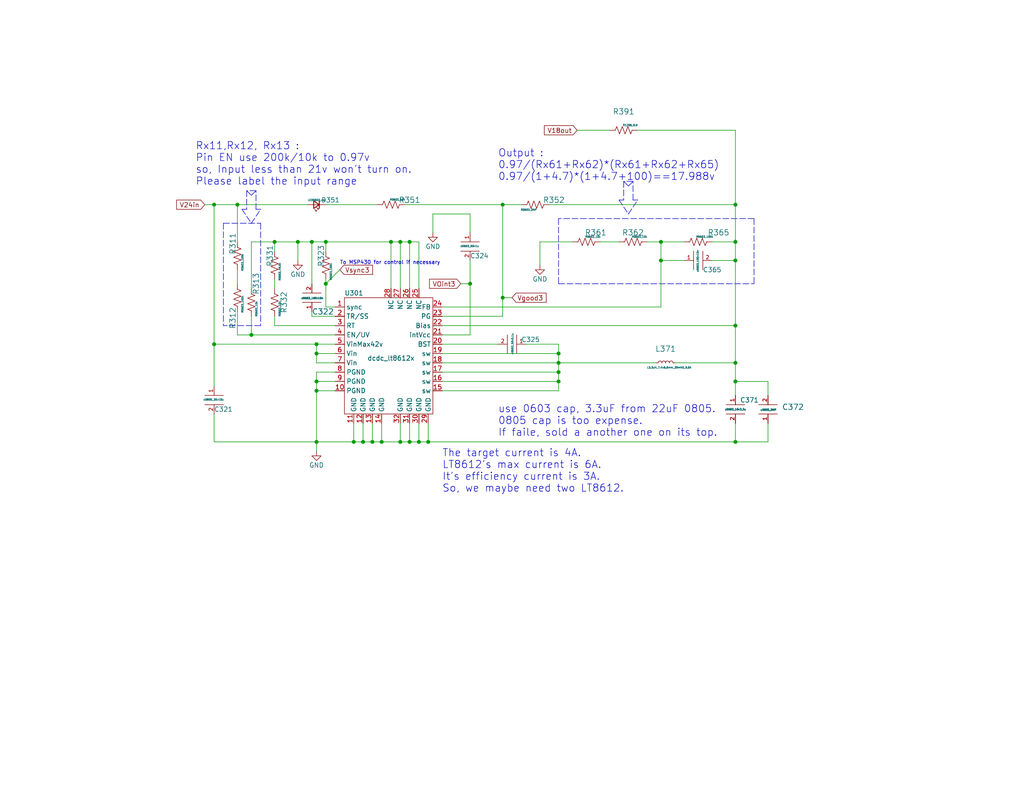
<source format=kicad_sch>
(kicad_sch (version 20211123) (generator eeschema)

  (uuid 5fcbb5c5-ef0d-4d9d-b94c-062796619b75)

  (paper "USLetter")

  (lib_symbols
    (symbol "1002_res:R0603_100k" (pin_numbers hide) (pin_names (offset 0)) (in_bom yes) (on_board yes)
      (property "Reference" "R" (id 0) (at 1.905 -1.397 0)
        (effects (font (size 1.5 1.5)))
      )
      (property "Value" "R0603_100k" (id 1) (at -1.778 -1.397 0)
        (effects (font (size 0.5 0.5)))
      )
      (property "Footprint" "02_dyn_pcblib:C0603" (id 2) (at 1.27 3.81 0)
        (effects (font (size 1.27 1.27)) hide)
      )
      (property "Datasheet" "~" (id 3) (at 0 0 90)
        (effects (font (size 1.27 1.27)) hide)
      )
      (property "PartNum" "ERA-3AED104V" (id 4) (at -0.127 1.905 0)
        (effects (font (size 1.27 1.27)) hide)
      )
      (property "ki_keywords" "R res resistor" (id 5) (at 0 0 0)
        (effects (font (size 1.27 1.27)) hide)
      )
      (property "ki_description" "Resistor, US symbol" (id 6) (at 0 0 0)
        (effects (font (size 1.27 1.27)) hide)
      )
      (property "ki_fp_filters" "R_*" (id 7) (at 0 0 0)
        (effects (font (size 1.27 1.27)) hide)
      )
      (symbol "R0603_100k_0_1"
        (polyline
          (pts
            (xy -2.286 0)
            (xy -2.54 0)
          )
          (stroke (width 0) (type default) (color 0 0 0 0))
          (fill (type none))
        )
        (polyline
          (pts
            (xy 2.286 0)
            (xy 2.54 0)
          )
          (stroke (width 0) (type default) (color 0 0 0 0))
          (fill (type none))
        )
        (polyline
          (pts
            (xy -2.286 0)
            (xy -1.905 1.016)
            (xy -1.524 0)
            (xy -1.143 -1.016)
            (xy -0.762 0)
          )
          (stroke (width 0) (type default) (color 0 0 0 0))
          (fill (type none))
        )
        (polyline
          (pts
            (xy -0.762 0)
            (xy -0.381 1.016)
            (xy 0 0)
            (xy 0.381 -1.016)
            (xy 0.762 0)
          )
          (stroke (width 0) (type default) (color 0 0 0 0))
          (fill (type none))
        )
        (polyline
          (pts
            (xy 0.762 0)
            (xy 1.143 1.016)
            (xy 1.524 0)
            (xy 1.905 -1.016)
            (xy 2.286 0)
          )
          (stroke (width 0) (type default) (color 0 0 0 0))
          (fill (type none))
        )
      )
      (symbol "R0603_100k_1_1"
        (pin passive line (at -3.81 0 0) (length 1.27)
          (name "~" (effects (font (size 1.27 1.27))))
          (number "1" (effects (font (size 1.27 1.27))))
        )
        (pin passive line (at 3.81 0 180) (length 1.27)
          (name "~" (effects (font (size 1.27 1.27))))
          (number "2" (effects (font (size 1.27 1.27))))
        )
      )
    )
    (symbol "1002_res:R0603_10k" (pin_numbers hide) (pin_names (offset 0)) (in_bom yes) (on_board yes)
      (property "Reference" "R" (id 0) (at 1.905 -1.397 0)
        (effects (font (size 1.5 1.5)))
      )
      (property "Value" "R0603_10k" (id 1) (at -1.778 -1.397 0)
        (effects (font (size 0.5 0.5)))
      )
      (property "Footprint" "02_dyn_pcblib:C0603" (id 2) (at 1.27 3.81 0)
        (effects (font (size 1.27 1.27)) hide)
      )
      (property "Datasheet" "~" (id 3) (at 0 0 90)
        (effects (font (size 1.27 1.27)) hide)
      )
      (property "PartNum" "ERJ-PA3F1002V" (id 4) (at 0.127 1.905 0)
        (effects (font (size 1.27 1.27)) hide)
      )
      (property "ki_keywords" "R res resistor" (id 5) (at 0 0 0)
        (effects (font (size 1.27 1.27)) hide)
      )
      (property "ki_description" "Resistor, US symbol" (id 6) (at 0 0 0)
        (effects (font (size 1.27 1.27)) hide)
      )
      (property "ki_fp_filters" "R_*" (id 7) (at 0 0 0)
        (effects (font (size 1.27 1.27)) hide)
      )
      (symbol "R0603_10k_0_1"
        (polyline
          (pts
            (xy -2.286 0)
            (xy -2.54 0)
          )
          (stroke (width 0) (type default) (color 0 0 0 0))
          (fill (type none))
        )
        (polyline
          (pts
            (xy 2.286 0)
            (xy 2.54 0)
          )
          (stroke (width 0) (type default) (color 0 0 0 0))
          (fill (type none))
        )
        (polyline
          (pts
            (xy -2.286 0)
            (xy -1.905 1.016)
            (xy -1.524 0)
            (xy -1.143 -1.016)
            (xy -0.762 0)
          )
          (stroke (width 0) (type default) (color 0 0 0 0))
          (fill (type none))
        )
        (polyline
          (pts
            (xy -0.762 0)
            (xy -0.381 1.016)
            (xy 0 0)
            (xy 0.381 -1.016)
            (xy 0.762 0)
          )
          (stroke (width 0) (type default) (color 0 0 0 0))
          (fill (type none))
        )
        (polyline
          (pts
            (xy 0.762 0)
            (xy 1.143 1.016)
            (xy 1.524 0)
            (xy 1.905 -1.016)
            (xy 2.286 0)
          )
          (stroke (width 0) (type default) (color 0 0 0 0))
          (fill (type none))
        )
      )
      (symbol "R0603_10k_1_1"
        (pin passive line (at -3.81 0 0) (length 1.27)
          (name "~" (effects (font (size 1.27 1.27))))
          (number "1" (effects (font (size 1.27 1.27))))
        )
        (pin passive line (at 3.81 0 180) (length 1.27)
          (name "~" (effects (font (size 1.27 1.27))))
          (number "2" (effects (font (size 1.27 1.27))))
        )
      )
    )
    (symbol "1002_res:R0603_49.9k" (pin_numbers hide) (pin_names (offset 0)) (in_bom yes) (on_board yes)
      (property "Reference" "R" (id 0) (at 1.905 -1.397 0)
        (effects (font (size 1.5 1.5)))
      )
      (property "Value" "R0603_49.9k" (id 1) (at -1.778 -1.397 0)
        (effects (font (size 0.5 0.5)))
      )
      (property "Footprint" "02_dyn_pcblib:C0603" (id 2) (at 1.27 3.81 0)
        (effects (font (size 1.27 1.27)) hide)
      )
      (property "Datasheet" "~" (id 3) (at 0 0 90)
        (effects (font (size 1.27 1.27)) hide)
      )
      (property "PartNum" "ERA-3AED4992V" (id 4) (at -0.127 1.778 0)
        (effects (font (size 1.27 1.27)) hide)
      )
      (property "ki_keywords" "R res resistor" (id 5) (at 0 0 0)
        (effects (font (size 1.27 1.27)) hide)
      )
      (property "ki_description" "Resistor, US symbol" (id 6) (at 0 0 0)
        (effects (font (size 1.27 1.27)) hide)
      )
      (property "ki_fp_filters" "R_*" (id 7) (at 0 0 0)
        (effects (font (size 1.27 1.27)) hide)
      )
      (symbol "R0603_49.9k_0_1"
        (polyline
          (pts
            (xy -2.286 0)
            (xy -2.54 0)
          )
          (stroke (width 0) (type default) (color 0 0 0 0))
          (fill (type none))
        )
        (polyline
          (pts
            (xy 2.286 0)
            (xy 2.54 0)
          )
          (stroke (width 0) (type default) (color 0 0 0 0))
          (fill (type none))
        )
        (polyline
          (pts
            (xy -2.286 0)
            (xy -1.905 1.016)
            (xy -1.524 0)
            (xy -1.143 -1.016)
            (xy -0.762 0)
          )
          (stroke (width 0) (type default) (color 0 0 0 0))
          (fill (type none))
        )
        (polyline
          (pts
            (xy -0.762 0)
            (xy -0.381 1.016)
            (xy 0 0)
            (xy 0.381 -1.016)
            (xy 0.762 0)
          )
          (stroke (width 0) (type default) (color 0 0 0 0))
          (fill (type none))
        )
        (polyline
          (pts
            (xy 0.762 0)
            (xy 1.143 1.016)
            (xy 1.524 0)
            (xy 1.905 -1.016)
            (xy 2.286 0)
          )
          (stroke (width 0) (type default) (color 0 0 0 0))
          (fill (type none))
        )
      )
      (symbol "R0603_49.9k_1_1"
        (pin passive line (at -3.81 0 0) (length 1.27)
          (name "~" (effects (font (size 1.27 1.27))))
          (number "1" (effects (font (size 1.27 1.27))))
        )
        (pin passive line (at 3.81 0 180) (length 1.27)
          (name "~" (effects (font (size 1.27 1.27))))
          (number "2" (effects (font (size 1.27 1.27))))
        )
      )
    )
    (symbol "1002_res:R0603_DNP" (pin_numbers hide) (pin_names (offset 0)) (in_bom yes) (on_board yes)
      (property "Reference" "R" (id 0) (at 1.905 -1.397 0)
        (effects (font (size 1.5 1.5)))
      )
      (property "Value" "R0603_DNP" (id 1) (at -1.778 -1.397 0)
        (effects (font (size 0.5 0.5)))
      )
      (property "Footprint" "02_dyn_pcblib:C0603" (id 2) (at 1.27 3.81 0)
        (effects (font (size 1.27 1.27)) hide)
      )
      (property "Datasheet" "~" (id 3) (at 0 0 90)
        (effects (font (size 1.27 1.27)) hide)
      )
      (property "PartNum" "R0603_DNP" (id 4) (at -0.127 1.905 0)
        (effects (font (size 1.27 1.27)) hide)
      )
      (property "Notice" "This DNP resistor use handly footprint, which is larger than the normal standard footprint" (id 5) (at -2.54 8.89 0)
        (effects (font (size 1.27 1.27)) hide)
      )
      (property "ki_keywords" "R res resistor" (id 6) (at 0 0 0)
        (effects (font (size 1.27 1.27)) hide)
      )
      (property "ki_description" "Resistor, US symbol" (id 7) (at 0 0 0)
        (effects (font (size 1.27 1.27)) hide)
      )
      (property "ki_fp_filters" "R_*" (id 8) (at 0 0 0)
        (effects (font (size 1.27 1.27)) hide)
      )
      (symbol "R0603_DNP_0_1"
        (polyline
          (pts
            (xy -2.286 0)
            (xy -2.54 0)
          )
          (stroke (width 0) (type default) (color 0 0 0 0))
          (fill (type none))
        )
        (polyline
          (pts
            (xy 2.286 0)
            (xy 2.54 0)
          )
          (stroke (width 0) (type default) (color 0 0 0 0))
          (fill (type none))
        )
        (polyline
          (pts
            (xy -2.286 0)
            (xy -1.905 1.016)
            (xy -1.524 0)
            (xy -1.143 -1.016)
            (xy -0.762 0)
          )
          (stroke (width 0) (type default) (color 0 0 0 0))
          (fill (type none))
        )
        (polyline
          (pts
            (xy -0.762 0)
            (xy -0.381 1.016)
            (xy 0 0)
            (xy 0.381 -1.016)
            (xy 0.762 0)
          )
          (stroke (width 0) (type default) (color 0 0 0 0))
          (fill (type none))
        )
        (polyline
          (pts
            (xy 0.762 0)
            (xy 1.143 1.016)
            (xy 1.524 0)
            (xy 1.905 -1.016)
            (xy 2.286 0)
          )
          (stroke (width 0) (type default) (color 0 0 0 0))
          (fill (type none))
        )
      )
      (symbol "R0603_DNP_1_1"
        (pin passive line (at -3.81 0 0) (length 1.27)
          (name "~" (effects (font (size 1.27 1.27))))
          (number "1" (effects (font (size 1.27 1.27))))
        )
        (pin passive line (at 3.81 0 180) (length 1.27)
          (name "~" (effects (font (size 1.27 1.27))))
          (number "2" (effects (font (size 1.27 1.27))))
        )
      )
    )
    (symbol "1002_res:R1206_0.0" (pin_numbers hide) (pin_names (offset 0)) (in_bom yes) (on_board yes)
      (property "Reference" "R" (id 0) (at 1.905 -1.397 0)
        (effects (font (size 1.5 1.5)))
      )
      (property "Value" "R1206_0.0" (id 1) (at -1.778 -1.397 0)
        (effects (font (size 0.5 0.5)))
      )
      (property "Footprint" "02_dyn_pcblib:R1206mix0603" (id 2) (at 0 11.43 0)
        (effects (font (size 1.27 1.27)) hide)
      )
      (property "Datasheet" "~" (id 3) (at 0 0 90)
        (effects (font (size 1.27 1.27)) hide)
      )
      (property "PartNum" "RC1206FR-070RL" (id 4) (at -0.127 1.905 0)
        (effects (font (size 1.27 1.27)) hide)
      )
      (property "PartDesc" "0 Ohms Jumper 0.25W, 1/4W Chip Resistor 1206 (3216 Metric) Moisture Resistant Thick Film" (id 5) (at -2.54 8.89 0)
        (effects (font (size 1.27 1.27)) hide)
      )
      (property "ki_keywords" "R res resistor" (id 6) (at 0 0 0)
        (effects (font (size 1.27 1.27)) hide)
      )
      (property "ki_description" "Resistor, US symbol" (id 7) (at 0 0 0)
        (effects (font (size 1.27 1.27)) hide)
      )
      (property "ki_fp_filters" "R_*" (id 8) (at 0 0 0)
        (effects (font (size 1.27 1.27)) hide)
      )
      (symbol "R1206_0.0_0_1"
        (polyline
          (pts
            (xy -2.286 0)
            (xy -2.54 0)
          )
          (stroke (width 0) (type default) (color 0 0 0 0))
          (fill (type none))
        )
        (polyline
          (pts
            (xy 2.286 0)
            (xy 2.54 0)
          )
          (stroke (width 0) (type default) (color 0 0 0 0))
          (fill (type none))
        )
        (polyline
          (pts
            (xy -2.286 0)
            (xy -1.905 1.016)
            (xy -1.524 0)
            (xy -1.143 -1.016)
            (xy -0.762 0)
          )
          (stroke (width 0) (type default) (color 0 0 0 0))
          (fill (type none))
        )
        (polyline
          (pts
            (xy -0.762 0)
            (xy -0.381 1.016)
            (xy 0 0)
            (xy 0.381 -1.016)
            (xy 0.762 0)
          )
          (stroke (width 0) (type default) (color 0 0 0 0))
          (fill (type none))
        )
        (polyline
          (pts
            (xy 0.762 0)
            (xy 1.143 1.016)
            (xy 1.524 0)
            (xy 1.905 -1.016)
            (xy 2.286 0)
          )
          (stroke (width 0) (type default) (color 0 0 0 0))
          (fill (type none))
        )
      )
      (symbol "R1206_0.0_1_1"
        (pin passive line (at -3.81 0 0) (length 1.27)
          (name "~" (effects (font (size 1.27 1.27))))
          (number "1" (effects (font (size 1.27 1.27))))
        )
        (pin passive line (at 3.81 0 180) (length 1.27)
          (name "~" (effects (font (size 1.27 1.27))))
          (number "2" (effects (font (size 1.27 1.27))))
        )
      )
    )
    (symbol "1003_cap:c0603_100v10n" (pin_names (offset 0.254)) (in_bom yes) (on_board yes)
      (property "Reference" "C" (id 0) (at 1.27 -2.54 0)
        (effects (font (size 1.5 1.5)))
      )
      (property "Value" "c0603_100v10n" (id 1) (at 0.127 -0.127 0)
        (effects (font (size 0.5 0.5)))
      )
      (property "Footprint" "02_dyn_pcblib:C0603" (id 2) (at 0.889 12.827 0)
        (effects (font (size 1.27 1.27)) hide)
      )
      (property "Datasheet" "~" (id 3) (at -0.0635 -0.0635 0)
        (effects (font (size 1.27 1.27)) hide)
      )
      (property "PartNum" "C1608X7R2A103M080AA" (id 4) (at -0.508 15.494 0)
        (effects (font (size 1.27 1.27)) hide)
      )
      (property "PartDesc" "10000 pF ±20% 100V Ceramic Capacitor X7R 0603 (1608 Metric)" (id 5) (at -3.81 19.05 0)
        (effects (font (size 1.27 1.27)) hide)
      )
      (property "ki_keywords" "simulation" (id 6) (at 0 0 0)
        (effects (font (size 1.27 1.27)) hide)
      )
      (property "ki_description" "Capacitor symbol for simulation only" (id 7) (at 0 0 0)
        (effects (font (size 1.27 1.27)) hide)
      )
      (symbol "c0603_100v10n_0_1"
        (polyline
          (pts
            (xy 2.54 -1.27)
            (xy -2.54 -1.27)
          )
          (stroke (width 0) (type default) (color 0 0 0 0))
          (fill (type none))
        )
        (polyline
          (pts
            (xy 2.54 1.27)
            (xy -2.54 1.27)
          )
          (stroke (width 0) (type default) (color 0 0 0 0))
          (fill (type none))
        )
      )
      (symbol "c0603_100v10n_1_1"
        (pin passive line (at 0 -3.81 90) (length 2.54)
          (name "~" (effects (font (size 1.016 1.016))))
          (number "1" (effects (font (size 1.016 1.016))))
        )
        (pin passive line (at 0 3.81 270) (length 2.54)
          (name "~" (effects (font (size 1.016 1.016))))
          (number "2" (effects (font (size 1.016 1.016))))
        )
      )
    )
    (symbol "1003_cap:c0603_10v3.3u" (pin_names (offset 0.254)) (in_bom yes) (on_board yes)
      (property "Reference" "C" (id 0) (at 1.27 -2.54 0)
        (effects (font (size 1.5 1.5)))
      )
      (property "Value" "c0603_10v3.3u" (id 1) (at 0 0 0)
        (effects (font (size 0.5 0.5)))
      )
      (property "Footprint" "02_dyn_pcblib:C0603" (id 2) (at 0.889 12.827 0)
        (effects (font (size 1.27 1.27)) hide)
      )
      (property "Datasheet" "~" (id 3) (at -0.0635 -0.0635 0)
        (effects (font (size 1.27 1.27)) hide)
      )
      (property "PartNum" "C1608X7S1A335K080AC" (id 4) (at -0.508 15.494 0)
        (effects (font (size 1.27 1.27)) hide)
      )
      (property "ki_keywords" "simulation" (id 5) (at 0 0 0)
        (effects (font (size 1.27 1.27)) hide)
      )
      (property "ki_description" "Capacitor symbol for simulation only" (id 6) (at 0 0 0)
        (effects (font (size 1.27 1.27)) hide)
      )
      (symbol "c0603_10v3.3u_0_1"
        (polyline
          (pts
            (xy 2.54 -1.27)
            (xy -2.54 -1.27)
          )
          (stroke (width 0) (type default) (color 0 0 0 0))
          (fill (type none))
        )
        (polyline
          (pts
            (xy 2.54 1.27)
            (xy -2.54 1.27)
          )
          (stroke (width 0) (type default) (color 0 0 0 0))
          (fill (type none))
        )
      )
      (symbol "c0603_10v3.3u_1_1"
        (pin passive line (at 0 -3.81 90) (length 2.54)
          (name "~" (effects (font (size 1.016 1.016))))
          (number "1" (effects (font (size 1.016 1.016))))
        )
        (pin passive line (at 0 3.81 270) (length 2.54)
          (name "~" (effects (font (size 1.016 1.016))))
          (number "2" (effects (font (size 1.016 1.016))))
        )
      )
    )
    (symbol "1003_cap:c0603_50v0.1u" (pin_names (offset 0.254)) (in_bom yes) (on_board yes)
      (property "Reference" "C" (id 0) (at 1.27 -2.54 0)
        (effects (font (size 1.5 1.5)))
      )
      (property "Value" "c0603_50v0.1u" (id 1) (at 0.127 -0.127 0)
        (effects (font (size 0.5 0.5)))
      )
      (property "Footprint" "02_dyn_pcblib:C0603" (id 2) (at 0.889 12.827 0)
        (effects (font (size 1.27 1.27)) hide)
      )
      (property "Datasheet" "~" (id 3) (at -0.0635 -0.0635 0)
        (effects (font (size 1.27 1.27)) hide)
      )
      (property "PartNum" "CGA3E2X7R1H104M080AA" (id 4) (at -0.508 15.494 0)
        (effects (font (size 1.27 1.27)) hide)
      )
      (property "ki_keywords" "simulation" (id 5) (at 0 0 0)
        (effects (font (size 1.27 1.27)) hide)
      )
      (property "ki_description" "Capacitor symbol for simulation only" (id 6) (at 0 0 0)
        (effects (font (size 1.27 1.27)) hide)
      )
      (symbol "c0603_50v0.1u_0_1"
        (polyline
          (pts
            (xy 2.54 -1.27)
            (xy -2.54 -1.27)
          )
          (stroke (width 0) (type default) (color 0 0 0 0))
          (fill (type none))
        )
        (polyline
          (pts
            (xy 2.54 1.27)
            (xy -2.54 1.27)
          )
          (stroke (width 0) (type default) (color 0 0 0 0))
          (fill (type none))
        )
      )
      (symbol "c0603_50v0.1u_1_1"
        (pin passive line (at 0 -3.81 90) (length 2.54)
          (name "~" (effects (font (size 1.016 1.016))))
          (number "1" (effects (font (size 1.016 1.016))))
        )
        (pin passive line (at 0 3.81 270) (length 2.54)
          (name "~" (effects (font (size 1.016 1.016))))
          (number "2" (effects (font (size 1.016 1.016))))
        )
      )
    )
    (symbol "1003_cap:c0603_50v1u" (pin_names (offset 0.254)) (in_bom yes) (on_board yes)
      (property "Reference" "C" (id 0) (at 1.27 -2.54 0)
        (effects (font (size 1.5 1.5)))
      )
      (property "Value" "c0603_50v1u" (id 1) (at 0.127 -0.127 0)
        (effects (font (size 0.5 0.5)))
      )
      (property "Footprint" "02_dyn_pcblib:C0603" (id 2) (at 0.889 12.827 0)
        (effects (font (size 1.27 1.27)) hide)
      )
      (property "Datasheet" "~" (id 3) (at -0.0635 -0.0635 0)
        (effects (font (size 1.27 1.27)) hide)
      )
      (property "PartNum" "C1608X5R1H105K080AB" (id 4) (at -0.508 15.494 0)
        (effects (font (size 1.27 1.27)) hide)
      )
      (property "ki_keywords" "simulation" (id 5) (at 0 0 0)
        (effects (font (size 1.27 1.27)) hide)
      )
      (property "ki_description" "Capacitor symbol for simulation only" (id 6) (at 0 0 0)
        (effects (font (size 1.27 1.27)) hide)
      )
      (symbol "c0603_50v1u_0_1"
        (polyline
          (pts
            (xy 2.54 -1.27)
            (xy -2.54 -1.27)
          )
          (stroke (width 0) (type default) (color 0 0 0 0))
          (fill (type none))
        )
        (polyline
          (pts
            (xy 2.54 1.27)
            (xy -2.54 1.27)
          )
          (stroke (width 0) (type default) (color 0 0 0 0))
          (fill (type none))
        )
      )
      (symbol "c0603_50v1u_1_1"
        (pin passive line (at 0 -3.81 90) (length 2.54)
          (name "~" (effects (font (size 1.016 1.016))))
          (number "1" (effects (font (size 1.016 1.016))))
        )
        (pin passive line (at 0 3.81 270) (length 2.54)
          (name "~" (effects (font (size 1.016 1.016))))
          (number "2" (effects (font (size 1.016 1.016))))
        )
      )
    )
    (symbol "1003_cap:c0805_35v10u" (pin_names (offset 0.254)) (in_bom yes) (on_board yes)
      (property "Reference" "C" (id 0) (at 1.27 -2.54 0)
        (effects (font (size 1.5 1.5)))
      )
      (property "Value" "c0805_35v10u" (id 1) (at 0.127 -0.127 0)
        (effects (font (size 0.5 0.5)))
      )
      (property "Footprint" "02_dyn_pcblib:C0805mix0603" (id 2) (at 0.889 12.827 0)
        (effects (font (size 1.27 1.27)) hide)
      )
      (property "Datasheet" "~" (id 3) (at -0.0635 -0.0635 0)
        (effects (font (size 1.27 1.27)) hide)
      )
      (property "PartNum" "C2012X5R1V106M085AC" (id 4) (at -0.508 15.494 0)
        (effects (font (size 1.27 1.27)) hide)
      )
      (property "ki_keywords" "simulation" (id 5) (at 0 0 0)
        (effects (font (size 1.27 1.27)) hide)
      )
      (property "ki_description" "Capacitor symbol for simulation only" (id 6) (at 0 0 0)
        (effects (font (size 1.27 1.27)) hide)
      )
      (symbol "c0805_35v10u_0_1"
        (polyline
          (pts
            (xy 2.54 -1.27)
            (xy -2.54 -1.27)
          )
          (stroke (width 0) (type default) (color 0 0 0 0))
          (fill (type none))
        )
        (polyline
          (pts
            (xy 2.54 1.27)
            (xy -2.54 1.27)
          )
          (stroke (width 0) (type default) (color 0 0 0 0))
          (fill (type none))
        )
      )
      (symbol "c0805_35v10u_1_1"
        (pin passive line (at 0 -3.81 90) (length 2.54)
          (name "~" (effects (font (size 1.016 1.016))))
          (number "1" (effects (font (size 1.016 1.016))))
        )
        (pin passive line (at 0 3.81 270) (length 2.54)
          (name "~" (effects (font (size 1.016 1.016))))
          (number "2" (effects (font (size 1.016 1.016))))
        )
      )
    )
    (symbol "1003_cap:c0805_DNP" (pin_names (offset 0.254)) (in_bom yes) (on_board yes)
      (property "Reference" "C" (id 0) (at 1.27 -2.54 0)
        (effects (font (size 1.5 1.5)))
      )
      (property "Value" "c0805_DNP" (id 1) (at 0.127 -0.127 0)
        (effects (font (size 0.5 0.5)))
      )
      (property "Footprint" "02_dyn_pcblib:C0805mix0603" (id 2) (at 0.889 12.827 0)
        (effects (font (size 1.27 1.27)) hide)
      )
      (property "Datasheet" "~" (id 3) (at -0.0635 -0.0635 0)
        (effects (font (size 1.27 1.27)) hide)
      )
      (property "PartNum" "c0805_DNP" (id 4) (at -0.508 15.494 0)
        (effects (font (size 1.27 1.27)) hide)
      )
      (property "ki_keywords" "simulation" (id 5) (at 0 0 0)
        (effects (font (size 1.27 1.27)) hide)
      )
      (property "ki_description" "Capacitor symbol for simulation only" (id 6) (at 0 0 0)
        (effects (font (size 1.27 1.27)) hide)
      )
      (symbol "c0805_DNP_0_1"
        (polyline
          (pts
            (xy 2.54 -1.27)
            (xy -2.54 -1.27)
          )
          (stroke (width 0) (type default) (color 0 0 0 0))
          (fill (type none))
        )
        (polyline
          (pts
            (xy 2.54 1.27)
            (xy -2.54 1.27)
          )
          (stroke (width 0) (type default) (color 0 0 0 0))
          (fill (type none))
        )
      )
      (symbol "c0805_DNP_1_1"
        (pin passive line (at 0 -3.81 90) (length 2.54)
          (name "~" (effects (font (size 1.016 1.016))))
          (number "1" (effects (font (size 1.016 1.016))))
        )
        (pin passive line (at 0 3.81 270) (length 2.54)
          (name "~" (effects (font (size 1.016 1.016))))
          (number "2" (effects (font (size 1.016 1.016))))
        )
      )
    )
    (symbol "1004_led_mos:LED0603_red" (pin_numbers hide) (pin_names (offset 0.254) hide) (in_bom yes) (on_board yes)
      (property "Reference" "D" (id 0) (at -1.27 3.175 0)
        (effects (font (size 1.27 1.27)) (justify left))
      )
      (property "Value" "LED0603_red" (id 1) (at -2.54 -1.27 0)
        (effects (font (size 0.5 0.5)) (justify left))
      )
      (property "Footprint" "02_dyn_pcblib:LED0603" (id 2) (at 0 8.89 0)
        (effects (font (size 1.27 1.27)) hide)
      )
      (property "Datasheet" "~" (id 3) (at 0 0 90)
        (effects (font (size 1.27 1.27)) hide)
      )
      (property "PartNum" "LTST-C190KRKT" (id 4) (at -1.27 15.24 0)
        (effects (font (size 1.27 1.27)) hide)
      )
      (property "PartDesc" "Red 631nm LED Indication - Discrete 2V 0603 (1608 Metric)" (id 5) (at 0 12.7 0)
        (effects (font (size 1.27 1.27)) hide)
      )
      (property "ki_keywords" "LED diode light-emitting-diode" (id 6) (at 0 0 0)
        (effects (font (size 1.27 1.27)) hide)
      )
      (property "ki_description" "Light emitting diode, small symbol" (id 7) (at 0 0 0)
        (effects (font (size 1.27 1.27)) hide)
      )
      (property "ki_fp_filters" "LED* LED_SMD:* LED_THT:*" (id 8) (at 0 0 0)
        (effects (font (size 1.27 1.27)) hide)
      )
      (symbol "LED0603_red_0_1"
        (polyline
          (pts
            (xy -0.762 -1.016)
            (xy -0.762 1.016)
          )
          (stroke (width 0.254) (type default) (color 0 0 0 0))
          (fill (type none))
        )
        (polyline
          (pts
            (xy 1.016 0)
            (xy -0.762 0)
          )
          (stroke (width 0) (type default) (color 0 0 0 0))
          (fill (type none))
        )
        (polyline
          (pts
            (xy 0.762 -1.016)
            (xy -0.762 0)
            (xy 0.762 1.016)
            (xy 0.762 -1.016)
          )
          (stroke (width 0.254) (type default) (color 0 0 0 0))
          (fill (type none))
        )
        (polyline
          (pts
            (xy 0 0.762)
            (xy -0.508 1.27)
            (xy -0.254 1.27)
            (xy -0.508 1.27)
            (xy -0.508 1.016)
          )
          (stroke (width 0) (type default) (color 0 0 0 0))
          (fill (type none))
        )
        (polyline
          (pts
            (xy 0.508 1.27)
            (xy 0 1.778)
            (xy 0.254 1.778)
            (xy 0 1.778)
            (xy 0 1.524)
          )
          (stroke (width 0) (type default) (color 0 0 0 0))
          (fill (type none))
        )
      )
      (symbol "LED0603_red_1_1"
        (pin passive line (at -2.54 0 0) (length 1.778)
          (name "K" (effects (font (size 1.27 1.27))))
          (number "1" (effects (font (size 1.27 1.27))))
        )
        (pin passive line (at 2.54 0 180) (length 1.778)
          (name "A" (effects (font (size 1.27 1.27))))
          (number "2" (effects (font (size 1.27 1.27))))
        )
      )
    )
    (symbol "1006_Inductance:L3.3uH_7.4x6.6mm_30mhO_9.5A" (pin_numbers hide) (pin_names (offset 0.254) hide) (in_bom yes) (on_board yes)
      (property "Reference" "L" (id 0) (at -1.27 1.27 0)
        (effects (font (size 1.5 1.5)) (justify left))
      )
      (property "Value" "L3.3uH_7.4x6.6mm_30mhO_9.5A" (id 1) (at -5.08 -1.27 0)
        (effects (font (size 0.5 0.5)) (justify left))
      )
      (property "Footprint" "02_dyn_pcblib:L7.1x6.6mm" (id 2) (at -1.27 10.16 0)
        (effects (font (size 1.27 1.27)) hide)
      )
      (property "Datasheet" "~" (id 3) (at 0 0 90)
        (effects (font (size 1.27 1.27)) hide)
      )
      (property "PartNum" "ECS-MPIL0630-3R3MC" (id 4) (at 0 15.24 0)
        (effects (font (size 1.27 1.27)) hide)
      )
      (property "PartDesc" "3.3 µH Shielded Molded Inductor 9.5 A 22mOhm Max Nonstandard" (id 5) (at 3.81 12.7 0)
        (effects (font (size 1.27 1.27)) hide)
      )
      (property "ki_keywords" "inductor choke coil reactor magnetic" (id 6) (at 0 0 0)
        (effects (font (size 1.27 1.27)) hide)
      )
      (property "ki_description" "Inductor, small symbol" (id 7) (at 0 0 0)
        (effects (font (size 1.27 1.27)) hide)
      )
      (property "ki_fp_filters" "Choke_* *Coil* Inductor_* L_*" (id 8) (at 0 0 0)
        (effects (font (size 1.27 1.27)) hide)
      )
      (symbol "L3.3uH_7.4x6.6mm_30mhO_9.5A_0_1"
        (arc (start -1.016 0) (mid -1.524 0.508) (end -2.032 0)
          (stroke (width 0) (type default) (color 0 0 0 0))
          (fill (type none))
        )
        (arc (start 0 0) (mid -0.508 0.508) (end -1.016 0)
          (stroke (width 0) (type default) (color 0 0 0 0))
          (fill (type none))
        )
        (arc (start 1.016 0) (mid 0.508 0.508) (end 0 0)
          (stroke (width 0) (type default) (color 0 0 0 0))
          (fill (type none))
        )
        (arc (start 2.032 0) (mid 1.524 0.508) (end 1.016 0)
          (stroke (width 0) (type default) (color 0 0 0 0))
          (fill (type none))
        )
      )
      (symbol "L3.3uH_7.4x6.6mm_30mhO_9.5A_1_1"
        (pin passive line (at -2.54 0 0) (length 0.508)
          (name "~" (effects (font (size 1.27 1.27))))
          (number "1" (effects (font (size 1.27 1.27))))
        )
        (pin passive line (at 2.54 0 180) (length 0.508)
          (name "~" (effects (font (size 1.27 1.27))))
          (number "2" (effects (font (size 1.27 1.27))))
        )
      )
    )
    (symbol "1009_ic:dcdc_lt8612x" (in_bom yes) (on_board yes)
      (property "Reference" "U" (id 0) (at -7.62 3.81 0)
        (effects (font (size 1.27 1.27)))
      )
      (property "Value" "dcdc_lt8612x" (id 1) (at 3.81 -13.97 0)
        (effects (font (size 1.27 1.27)))
      )
      (property "Footprint" "02_dyn_pcblib:QFN-28-1EP_3x6mm_P0.5mm_EP1.7x4.75mmX" (id 2) (at 6.35 27.94 0)
        (effects (font (size 1.27 1.27)) hide)
      )
      (property "Datasheet" "" (id 3) (at -11.43 0 0)
        (effects (font (size 1.27 1.27)) hide)
      )
      (property "source" "digikey" (id 4) (at -20.32 15.24 0)
        (effects (font (size 1.27 1.27)) hide)
      )
      (property "PartNum" "505-LT8612EUDE#PBF-ND" (id 5) (at -10.16 17.78 0)
        (effects (font (size 1.27 1.27)) hide)
      )
      (property "PartDesc" "IC REG BUCK ADJUSTABLE 6A 28QFN" (id 6) (at -5.08 20.32 0)
        (effects (font (size 1.27 1.27)) hide)
      )
      (property "Mfg" "Analog Devices Inc." (id 7) (at -13.97 22.86 0)
        (effects (font (size 1.27 1.27)) hide)
      )
      (property "MfgNum" "LT8612EUDE#PBF" (id 8) (at -15.24 25.4 0)
        (effects (font (size 1.27 1.27)) hide)
      )
      (symbol "dcdc_lt8612x_0_0"
        (pin input line (at -11.43 0 0) (length 2.54)
          (name "sync" (effects (font (size 1.27 1.27))))
          (number "1" (effects (font (size 1.27 1.27))))
        )
        (pin passive line (at -11.43 -22.86 0) (length 2.54)
          (name "PGND" (effects (font (size 1.27 1.27))))
          (number "10" (effects (font (size 1.27 1.27))))
        )
        (pin passive line (at -6.35 -31.75 90) (length 2.54)
          (name "GND" (effects (font (size 1.27 1.27))))
          (number "11" (effects (font (size 1.27 1.27))))
        )
        (pin passive line (at -3.81 -31.75 90) (length 2.54)
          (name "GND" (effects (font (size 1.27 1.27))))
          (number "12" (effects (font (size 1.27 1.27))))
        )
        (pin passive line (at -1.27 -31.75 90) (length 2.54)
          (name "GND" (effects (font (size 1.27 1.27))))
          (number "13" (effects (font (size 1.27 1.27))))
        )
        (pin passive line (at 1.27 -31.75 90) (length 2.54)
          (name "GND" (effects (font (size 1.27 1.27))))
          (number "14" (effects (font (size 1.27 1.27))))
        )
        (pin passive line (at 17.78 -22.86 180) (length 2.54)
          (name "sw" (effects (font (size 1.27 1.27))))
          (number "15" (effects (font (size 1.27 1.27))))
        )
        (pin passive line (at 17.78 -20.32 180) (length 2.54)
          (name "sw" (effects (font (size 1.27 1.27))))
          (number "16" (effects (font (size 1.27 1.27))))
        )
        (pin passive line (at 17.78 -17.78 180) (length 2.54)
          (name "sw" (effects (font (size 1.27 1.27))))
          (number "17" (effects (font (size 1.27 1.27))))
        )
        (pin passive line (at 17.78 -15.24 180) (length 2.54)
          (name "sw" (effects (font (size 1.27 1.27))))
          (number "18" (effects (font (size 1.27 1.27))))
        )
        (pin passive line (at 17.78 -12.7 180) (length 2.54)
          (name "sw" (effects (font (size 1.27 1.27))))
          (number "19" (effects (font (size 1.27 1.27))))
        )
        (pin input line (at -11.43 -2.54 0) (length 2.54)
          (name "TR/SS" (effects (font (size 1.27 1.27))))
          (number "2" (effects (font (size 1.27 1.27))))
        )
        (pin input line (at 17.78 -10.16 180) (length 2.54)
          (name "BST" (effects (font (size 1.27 1.27))))
          (number "20" (effects (font (size 1.27 1.27))))
        )
        (pin passive line (at 17.78 -7.62 180) (length 2.54)
          (name "intVcc" (effects (font (size 1.27 1.27))))
          (number "21" (effects (font (size 1.27 1.27))))
        )
        (pin input line (at 17.78 -5.08 180) (length 2.54)
          (name "Bias" (effects (font (size 1.27 1.27))))
          (number "22" (effects (font (size 1.27 1.27))))
        )
        (pin open_collector line (at 17.78 -2.54 180) (length 2.54)
          (name "PG" (effects (font (size 1.27 1.27))))
          (number "23" (effects (font (size 1.27 1.27))))
        )
        (pin input line (at 17.78 0 180) (length 2.54)
          (name "FB" (effects (font (size 1.27 1.27))))
          (number "24" (effects (font (size 1.27 1.27))))
        )
        (pin passive line (at 11.43 5.08 270) (length 2.54)
          (name "NC" (effects (font (size 1.27 1.27))))
          (number "25" (effects (font (size 1.27 1.27))))
        )
        (pin passive line (at 8.89 5.08 270) (length 2.54)
          (name "NC" (effects (font (size 1.27 1.27))))
          (number "26" (effects (font (size 1.27 1.27))))
        )
        (pin passive line (at 6.35 5.08 270) (length 2.54)
          (name "NC" (effects (font (size 1.27 1.27))))
          (number "27" (effects (font (size 1.27 1.27))))
        )
        (pin passive line (at 3.81 5.08 270) (length 2.54)
          (name "NC" (effects (font (size 1.27 1.27))))
          (number "28" (effects (font (size 1.27 1.27))))
        )
        (pin passive line (at 13.97 -31.75 90) (length 2.54)
          (name "GND" (effects (font (size 1.27 1.27))))
          (number "29" (effects (font (size 1.27 1.27))))
        )
        (pin input line (at -11.43 -5.08 0) (length 2.54)
          (name "RT" (effects (font (size 1.27 1.27))))
          (number "3" (effects (font (size 1.27 1.27))))
        )
        (pin passive line (at 11.43 -31.75 90) (length 2.54)
          (name "GND" (effects (font (size 1.27 1.27))))
          (number "30" (effects (font (size 1.27 1.27))))
        )
        (pin passive line (at 8.89 -31.75 90) (length 2.54)
          (name "GND" (effects (font (size 1.27 1.27))))
          (number "31" (effects (font (size 1.27 1.27))))
        )
        (pin passive line (at 6.35 -31.75 90) (length 2.54)
          (name "GND" (effects (font (size 1.27 1.27))))
          (number "32" (effects (font (size 1.27 1.27))))
        )
        (pin input line (at -11.43 -7.62 0) (length 2.54)
          (name "EN/UV" (effects (font (size 1.27 1.27))))
          (number "4" (effects (font (size 1.27 1.27))))
        )
        (pin passive line (at -11.43 -10.16 0) (length 2.54)
          (name "VinMax42v" (effects (font (size 1.27 1.27))))
          (number "5" (effects (font (size 1.27 1.27))))
        )
        (pin passive line (at -11.43 -12.7 0) (length 2.54)
          (name "Vin" (effects (font (size 1.27 1.27))))
          (number "6" (effects (font (size 1.27 1.27))))
        )
        (pin passive line (at -11.43 -15.24 0) (length 2.54)
          (name "Vin" (effects (font (size 1.27 1.27))))
          (number "7" (effects (font (size 1.27 1.27))))
        )
        (pin passive line (at -11.43 -17.78 0) (length 2.54)
          (name "PGND" (effects (font (size 1.27 1.27))))
          (number "8" (effects (font (size 1.27 1.27))))
        )
        (pin passive line (at -11.43 -20.32 0) (length 2.54)
          (name "PGND" (effects (font (size 1.27 1.27))))
          (number "9" (effects (font (size 1.27 1.27))))
        )
      )
      (symbol "dcdc_lt8612x_0_1"
        (rectangle (start -8.89 2.54) (end 15.24 -29.21)
          (stroke (width 0) (type default) (color 0 0 0 0))
          (fill (type none))
        )
      )
    )
    (symbol "power:GND" (power) (pin_names (offset 0)) (in_bom yes) (on_board yes)
      (property "Reference" "#PWR" (id 0) (at 0 -6.35 0)
        (effects (font (size 1.27 1.27)) hide)
      )
      (property "Value" "GND" (id 1) (at 0 -3.81 0)
        (effects (font (size 1.27 1.27)))
      )
      (property "Footprint" "" (id 2) (at 0 0 0)
        (effects (font (size 1.27 1.27)) hide)
      )
      (property "Datasheet" "" (id 3) (at 0 0 0)
        (effects (font (size 1.27 1.27)) hide)
      )
      (property "ki_keywords" "power-flag" (id 4) (at 0 0 0)
        (effects (font (size 1.27 1.27)) hide)
      )
      (property "ki_description" "Power symbol creates a global label with name \"GND\" , ground" (id 5) (at 0 0 0)
        (effects (font (size 1.27 1.27)) hide)
      )
      (symbol "GND_0_1"
        (polyline
          (pts
            (xy 0 0)
            (xy 0 -1.27)
            (xy 1.27 -1.27)
            (xy 0 -2.54)
            (xy -1.27 -1.27)
            (xy 0 -1.27)
          )
          (stroke (width 0) (type default) (color 0 0 0 0))
          (fill (type none))
        )
      )
      (symbol "GND_1_1"
        (pin power_in line (at 0 0 270) (length 0) hide
          (name "GND" (effects (font (size 1.27 1.27))))
          (number "1" (effects (font (size 1.27 1.27))))
        )
      )
    )
  )

  (junction (at 86.36 96.52) (diameter 0) (color 0 0 0 0)
    (uuid 01de10b2-64a1-48c6-8802-369036e929cf)
  )
  (junction (at 74.93 66.04) (diameter 0) (color 0 0 0 0)
    (uuid 04f5ec83-3ce0-49c8-9249-301ccabd9e3d)
  )
  (junction (at 116.84 120.65) (diameter 0) (color 0 0 0 0)
    (uuid 0b0aa185-1b17-4887-afb9-78b0e5797c21)
  )
  (junction (at 152.4 96.52) (diameter 0) (color 0 0 0 0)
    (uuid 0b4d6814-e89b-47e4-b83d-5866f3e9a71d)
  )
  (junction (at 101.6 120.65) (diameter 0) (color 0 0 0 0)
    (uuid 0f59440d-c4e4-416a-8c61-231f99970f60)
  )
  (junction (at 88.9 66.04) (diameter 0) (color 0 0 0 0)
    (uuid 1c61efd4-eb65-4bc1-b7a4-b6a38ba13dfb)
  )
  (junction (at 104.14 120.65) (diameter 0) (color 0 0 0 0)
    (uuid 25fddd2a-1ba1-40bc-89d6-e2c7dff26172)
  )
  (junction (at 200.66 66.04) (diameter 0) (color 0 0 0 0)
    (uuid 312fa174-c364-4323-b493-6391142b8e3a)
  )
  (junction (at 111.76 120.65) (diameter 0) (color 0 0 0 0)
    (uuid 31878204-2a4d-473e-b05d-7d54f517fbe2)
  )
  (junction (at 86.36 104.14) (diameter 0) (color 0 0 0 0)
    (uuid 31df89e5-381c-44e4-aa88-6c8f97411500)
  )
  (junction (at 137.16 55.88) (diameter 0) (color 0 0 0 0)
    (uuid 3b20ee28-13c7-49e7-9ee3-aa41318de593)
  )
  (junction (at 200.66 88.9) (diameter 0) (color 0 0 0 0)
    (uuid 4345d125-0464-4e5e-aaff-46670ba52624)
  )
  (junction (at 58.42 93.98) (diameter 0) (color 0 0 0 0)
    (uuid 4aadb613-8d14-4552-ba1d-4ab1306bc149)
  )
  (junction (at 86.36 120.65) (diameter 0) (color 0 0 0 0)
    (uuid 5495b54c-4161-497b-b639-aa37a0d985f0)
  )
  (junction (at 152.4 101.6) (diameter 0) (color 0 0 0 0)
    (uuid 5c4c8e5e-a5c1-4f95-8e79-d6962efb5d00)
  )
  (junction (at 200.66 120.65) (diameter 0) (color 0 0 0 0)
    (uuid 628fadab-166e-4475-b322-b1559bf4641c)
  )
  (junction (at 68.58 91.44) (diameter 0) (color 0 0 0 0)
    (uuid 65b13c04-48f1-4b3d-a908-218cdbe86ebc)
  )
  (junction (at 86.36 106.68) (diameter 0) (color 0 0 0 0)
    (uuid 6b87ada9-0c06-4632-ba05-1ffd0244619e)
  )
  (junction (at 111.76 66.04) (diameter 0) (color 0 0 0 0)
    (uuid 76d76d94-480f-4c64-9809-421e01d697cf)
  )
  (junction (at 180.34 66.04) (diameter 0) (color 0 0 0 0)
    (uuid 7e9c6536-53dc-4524-a21a-de47d8e4dba0)
  )
  (junction (at 64.77 55.88) (diameter 0) (color 0 0 0 0)
    (uuid a0ec4945-b0d1-451e-b864-1f427522c7f5)
  )
  (junction (at 200.66 99.06) (diameter 0) (color 0 0 0 0)
    (uuid a2801b09-49e4-4c48-902b-313d779d3bc8)
  )
  (junction (at 128.27 77.47) (diameter 0) (color 0 0 0 0)
    (uuid a4d01944-b6fb-4360-afe6-7023d10cf416)
  )
  (junction (at 200.66 55.88) (diameter 0) (color 0 0 0 0)
    (uuid a4f0023e-1dfd-4097-9695-36a4ae1463e3)
  )
  (junction (at 114.3 120.65) (diameter 0) (color 0 0 0 0)
    (uuid af5ab46d-f159-43f4-888a-0505fbce2f7f)
  )
  (junction (at 85.09 66.04) (diameter 0) (color 0 0 0 0)
    (uuid b1eb3319-aace-4377-a985-355399622b03)
  )
  (junction (at 109.22 120.65) (diameter 0) (color 0 0 0 0)
    (uuid b2cd0d77-ad17-4b35-a5f0-adaaa8eb44e2)
  )
  (junction (at 96.52 120.65) (diameter 0) (color 0 0 0 0)
    (uuid b6f62b9e-98cd-425c-98f2-a2ee1f5beae0)
  )
  (junction (at 86.36 93.98) (diameter 0) (color 0 0 0 0)
    (uuid c07aed18-ee81-445f-9708-9aa389ac94d9)
  )
  (junction (at 137.16 81.28) (diameter 0) (color 0 0 0 0)
    (uuid c09c40f1-68c8-4a8d-8879-7f3ecd625e43)
  )
  (junction (at 180.34 71.12) (diameter 0) (color 0 0 0 0)
    (uuid c288872f-f008-4876-a18b-438bc9ace596)
  )
  (junction (at 88.9 77.47) (diameter 0) (color 0 0 0 0)
    (uuid c2d9a29a-defa-43a2-b8e1-b099ce6ce757)
  )
  (junction (at 109.22 66.04) (diameter 0) (color 0 0 0 0)
    (uuid d554851f-7605-4e16-a2a3-4c587920ecd0)
  )
  (junction (at 152.4 104.14) (diameter 0) (color 0 0 0 0)
    (uuid d6ae7a48-b825-4e3d-8d56-e04f581068dd)
  )
  (junction (at 200.66 104.14) (diameter 0) (color 0 0 0 0)
    (uuid dfde2c1f-f7e6-4285-b15a-032861861e78)
  )
  (junction (at 106.68 66.04) (diameter 0) (color 0 0 0 0)
    (uuid e0c5ab79-4324-4132-a143-16698ab7b0d9)
  )
  (junction (at 58.42 55.88) (diameter 0) (color 0 0 0 0)
    (uuid e4bd72b2-994f-4ff6-b862-775c0c136172)
  )
  (junction (at 81.28 66.04) (diameter 0) (color 0 0 0 0)
    (uuid e6725b59-6ffd-43ee-a14a-8e6c2a5d444d)
  )
  (junction (at 99.06 120.65) (diameter 0) (color 0 0 0 0)
    (uuid ee3d7c4a-a288-4568-8092-1db99a86f870)
  )
  (junction (at 152.4 99.06) (diameter 0) (color 0 0 0 0)
    (uuid f4237faa-3a65-4399-a5f9-1973f3c82f94)
  )
  (junction (at 200.66 71.12) (diameter 0) (color 0 0 0 0)
    (uuid fdad5a1f-41ef-43d8-8e82-9990ab1d37f8)
  )

  (wire (pts (xy 200.66 66.04) (xy 194.31 66.04))
    (stroke (width 0) (type default) (color 0 0 0 0))
    (uuid 016781de-d6cb-4894-bf7c-9dc1b56b9ba3)
  )
  (wire (pts (xy 91.44 99.06) (xy 86.36 99.06))
    (stroke (width 0) (type default) (color 0 0 0 0))
    (uuid 01d0749d-6ce7-4c22-85ac-e35e4994b992)
  )
  (wire (pts (xy 68.58 78.74) (xy 68.58 66.04))
    (stroke (width 0) (type default) (color 0 0 0 0))
    (uuid 021a8998-ba4b-463b-a64a-40eccd6edc31)
  )
  (wire (pts (xy 163.83 66.04) (xy 168.91 66.04))
    (stroke (width 0) (type default) (color 0 0 0 0))
    (uuid 0325ea7d-cb78-472b-9781-fffeabfd8201)
  )
  (wire (pts (xy 106.68 66.04) (xy 109.22 66.04))
    (stroke (width 0) (type default) (color 0 0 0 0))
    (uuid 03a2234f-28a1-4bd2-8be9-7925ac1c8ca8)
  )
  (wire (pts (xy 209.55 120.65) (xy 200.66 120.65))
    (stroke (width 0) (type default) (color 0 0 0 0))
    (uuid 072699a5-abf2-42e9-8af6-bf86dba85832)
  )
  (wire (pts (xy 137.16 81.28) (xy 139.7 81.28))
    (stroke (width 0) (type default) (color 0 0 0 0))
    (uuid 081260d4-1371-4fa5-a022-800db52acba2)
  )
  (wire (pts (xy 99.06 120.65) (xy 101.6 120.65))
    (stroke (width 0) (type default) (color 0 0 0 0))
    (uuid 096cfe7e-eb2b-4ac1-8075-d18954cebf83)
  )
  (wire (pts (xy 58.42 93.98) (xy 58.42 55.88))
    (stroke (width 0) (type default) (color 0 0 0 0))
    (uuid 0a840e03-65e9-4f92-a96f-58f83627b73e)
  )
  (wire (pts (xy 91.44 106.68) (xy 86.36 106.68))
    (stroke (width 0) (type default) (color 0 0 0 0))
    (uuid 0b2f340c-7024-4662-9699-68b7701955b7)
  )
  (wire (pts (xy 74.93 86.36) (xy 74.93 88.9))
    (stroke (width 0) (type default) (color 0 0 0 0))
    (uuid 0d9a0797-4104-4c16-b6e0-0bb8f430d2a8)
  )
  (wire (pts (xy 152.4 101.6) (xy 152.4 104.14))
    (stroke (width 0) (type default) (color 0 0 0 0))
    (uuid 13bac586-100f-4216-880d-af82c17db0b9)
  )
  (wire (pts (xy 55.88 55.88) (xy 58.42 55.88))
    (stroke (width 0) (type default) (color 0 0 0 0))
    (uuid 149d4fa3-df6d-461f-a0a4-bc71f758bf4e)
  )
  (wire (pts (xy 180.34 71.12) (xy 186.69 71.12))
    (stroke (width 0) (type default) (color 0 0 0 0))
    (uuid 157cc5da-dea4-41e8-a387-b05c3a5bf94b)
  )
  (wire (pts (xy 118.11 58.42) (xy 128.27 58.42))
    (stroke (width 0) (type default) (color 0 0 0 0))
    (uuid 199f12b7-cc0e-42d8-97bd-15687fe54ca0)
  )
  (wire (pts (xy 99.06 115.57) (xy 99.06 120.65))
    (stroke (width 0) (type default) (color 0 0 0 0))
    (uuid 19d6d7a0-3205-4ae0-ab46-9a038aad9f30)
  )
  (wire (pts (xy 120.65 93.98) (xy 135.89 93.98))
    (stroke (width 0) (type default) (color 0 0 0 0))
    (uuid 1a1bcbc5-5702-40dc-8605-34be8b2946eb)
  )
  (wire (pts (xy 64.77 55.88) (xy 64.77 66.04))
    (stroke (width 0) (type default) (color 0 0 0 0))
    (uuid 1cc46ad7-a478-47de-ade8-f5326ea90120)
  )
  (wire (pts (xy 64.77 73.66) (xy 64.77 77.47))
    (stroke (width 0) (type default) (color 0 0 0 0))
    (uuid 229ad12e-fa4c-4876-8f32-7bea56d8ceee)
  )
  (polyline (pts (xy 173.99 54.61) (xy 172.72 54.61))
    (stroke (width 0) (type default) (color 0 0 0 0))
    (uuid 2457f839-055e-4272-9d36-aa5684e80891)
  )
  (polyline (pts (xy 67.31 52.07) (xy 67.31 57.15))
    (stroke (width 0) (type default) (color 0 0 0 0))
    (uuid 28d848d1-aea2-49a1-a070-70443c6617e5)
  )

  (wire (pts (xy 58.42 113.03) (xy 58.42 120.65))
    (stroke (width 0) (type default) (color 0 0 0 0))
    (uuid 2933209f-05ab-411b-9c4e-c4a0246e496c)
  )
  (wire (pts (xy 173.99 35.56) (xy 200.66 35.56))
    (stroke (width 0) (type default) (color 0 0 0 0))
    (uuid 2a165f98-675d-40cf-8ea0-a68296270424)
  )
  (wire (pts (xy 147.32 66.04) (xy 147.32 72.39))
    (stroke (width 0) (type default) (color 0 0 0 0))
    (uuid 2e28a628-931f-480f-8064-bac0349670eb)
  )
  (polyline (pts (xy 152.4 77.47) (xy 205.74 77.47))
    (stroke (width 0) (type default) (color 0 0 0 0))
    (uuid 313c58c3-7009-4115-a2a3-5ec22f44f44a)
  )

  (wire (pts (xy 180.34 66.04) (xy 180.34 71.12))
    (stroke (width 0) (type default) (color 0 0 0 0))
    (uuid 3183ab72-b40c-4459-a4f3-61aacadb38eb)
  )
  (polyline (pts (xy 68.58 53.34) (xy 69.85 52.07))
    (stroke (width 0) (type default) (color 0 0 0 0))
    (uuid 33e47388-1a07-41a1-bfec-345d397ca245)
  )

  (wire (pts (xy 120.65 99.06) (xy 152.4 99.06))
    (stroke (width 0) (type default) (color 0 0 0 0))
    (uuid 35533c92-2eb3-4f16-9c30-9e2ff879b580)
  )
  (polyline (pts (xy 60.96 60.96) (xy 71.12 60.96))
    (stroke (width 0) (type default) (color 0 0 0 0))
    (uuid 373d0715-3619-4540-abd7-7423648c48b2)
  )

  (wire (pts (xy 85.09 85.09) (xy 85.09 86.36))
    (stroke (width 0) (type default) (color 0 0 0 0))
    (uuid 3a7b27d4-b473-4f25-9b15-19bdb6c9fdae)
  )
  (wire (pts (xy 128.27 58.42) (xy 128.27 63.5))
    (stroke (width 0) (type default) (color 0 0 0 0))
    (uuid 3c33fda6-7806-4ce2-9657-c1ea7e5eac01)
  )
  (polyline (pts (xy 67.31 52.07) (xy 68.58 53.34))
    (stroke (width 0) (type default) (color 0 0 0 0))
    (uuid 3d6c54e3-31bd-4fb2-b8b3-8ee5fdadabd2)
  )

  (wire (pts (xy 200.66 115.57) (xy 200.66 120.65))
    (stroke (width 0) (type default) (color 0 0 0 0))
    (uuid 3da740b1-ccff-4c4c-8377-782e13594773)
  )
  (wire (pts (xy 120.65 83.82) (xy 180.34 83.82))
    (stroke (width 0) (type default) (color 0 0 0 0))
    (uuid 4220e0b1-cffb-44a2-aaf6-43d5c9d7a9fd)
  )
  (wire (pts (xy 104.14 120.65) (xy 109.22 120.65))
    (stroke (width 0) (type default) (color 0 0 0 0))
    (uuid 445ad8fd-22d1-497d-a942-7b7ffb234415)
  )
  (wire (pts (xy 88.9 55.88) (xy 102.87 55.88))
    (stroke (width 0) (type default) (color 0 0 0 0))
    (uuid 47930bb0-9f87-4685-acc6-c2c2e63661c5)
  )
  (wire (pts (xy 200.66 35.56) (xy 200.66 55.88))
    (stroke (width 0) (type default) (color 0 0 0 0))
    (uuid 484b5d10-f6eb-4f05-8b62-cda5c900e545)
  )
  (wire (pts (xy 200.66 99.06) (xy 200.66 104.14))
    (stroke (width 0) (type default) (color 0 0 0 0))
    (uuid 4853e504-6a10-4807-82c7-e810e6bf94fe)
  )
  (polyline (pts (xy 60.96 60.96) (xy 60.96 88.9))
    (stroke (width 0) (type default) (color 0 0 0 0))
    (uuid 48aaa7a8-f17e-458b-bbdb-089b5aefc029)
  )
  (polyline (pts (xy 66.04 57.15) (xy 68.58 60.96))
    (stroke (width 0) (type default) (color 0 0 0 0))
    (uuid 4aa7f06d-d113-4d2f-9c04-0b0809dec3d2)
  )

  (wire (pts (xy 88.9 83.82) (xy 91.44 83.82))
    (stroke (width 0) (type default) (color 0 0 0 0))
    (uuid 4af5cff2-634b-4d3f-b5c3-544a082a69d2)
  )
  (wire (pts (xy 137.16 55.88) (xy 137.16 81.28))
    (stroke (width 0) (type default) (color 0 0 0 0))
    (uuid 4c3f5f3d-5ac2-4465-b6cc-dd9ffd1c1d47)
  )
  (polyline (pts (xy 71.12 57.15) (xy 69.85 57.15))
    (stroke (width 0) (type default) (color 0 0 0 0))
    (uuid 4c74cffe-2fa3-455b-8fcb-db136e28a411)
  )

  (wire (pts (xy 88.9 76.2) (xy 88.9 77.47))
    (stroke (width 0) (type default) (color 0 0 0 0))
    (uuid 4ef01484-9616-45b5-a619-1adb3bdd5986)
  )
  (wire (pts (xy 109.22 115.57) (xy 109.22 120.65))
    (stroke (width 0) (type default) (color 0 0 0 0))
    (uuid 4fdc316f-913f-4e1e-9f16-1cecd78c0374)
  )
  (wire (pts (xy 81.28 66.04) (xy 85.09 66.04))
    (stroke (width 0) (type default) (color 0 0 0 0))
    (uuid 5261f56b-879b-4fc6-9233-10c61f72a95d)
  )
  (wire (pts (xy 128.27 71.12) (xy 128.27 77.47))
    (stroke (width 0) (type default) (color 0 0 0 0))
    (uuid 569adfdf-f7b4-4926-94a0-05ff7e5d80a2)
  )
  (wire (pts (xy 152.4 99.06) (xy 152.4 101.6))
    (stroke (width 0) (type default) (color 0 0 0 0))
    (uuid 571ce539-1a12-44cd-99f0-768dbd3255d2)
  )
  (wire (pts (xy 96.52 120.65) (xy 99.06 120.65))
    (stroke (width 0) (type default) (color 0 0 0 0))
    (uuid 578a53d9-e8af-49ee-b4ac-4c4f464e7bb7)
  )
  (wire (pts (xy 125.73 77.47) (xy 128.27 77.47))
    (stroke (width 0) (type default) (color 0 0 0 0))
    (uuid 585c2b42-95d5-4c58-b4a7-c79128cd930e)
  )
  (wire (pts (xy 184.15 99.06) (xy 200.66 99.06))
    (stroke (width 0) (type default) (color 0 0 0 0))
    (uuid 5875f386-a636-4ebf-897c-cbbdaca0fcde)
  )
  (wire (pts (xy 149.86 55.88) (xy 200.66 55.88))
    (stroke (width 0) (type default) (color 0 0 0 0))
    (uuid 5a49a6b1-339a-4576-9e73-f623778144e2)
  )
  (wire (pts (xy 152.4 96.52) (xy 152.4 93.98))
    (stroke (width 0) (type default) (color 0 0 0 0))
    (uuid 5d1b6caa-ed0e-4af7-91f5-935cd295a854)
  )
  (wire (pts (xy 114.3 78.74) (xy 114.3 66.04))
    (stroke (width 0) (type default) (color 0 0 0 0))
    (uuid 5eb3aa6a-059c-49a3-b645-ff615f0dfc28)
  )
  (wire (pts (xy 120.65 106.68) (xy 152.4 106.68))
    (stroke (width 0) (type default) (color 0 0 0 0))
    (uuid 5f87e179-508b-43c1-bc0d-6a3c4c31ec1b)
  )
  (wire (pts (xy 114.3 115.57) (xy 114.3 120.65))
    (stroke (width 0) (type default) (color 0 0 0 0))
    (uuid 63878cee-507d-4b68-b5ab-21bfa6ec146f)
  )
  (wire (pts (xy 200.66 88.9) (xy 200.66 99.06))
    (stroke (width 0) (type default) (color 0 0 0 0))
    (uuid 6442f09a-4aec-44db-b8c0-ac99de2047f3)
  )
  (wire (pts (xy 137.16 86.36) (xy 120.65 86.36))
    (stroke (width 0) (type default) (color 0 0 0 0))
    (uuid 6564daeb-2a81-4641-8153-33e27ced5a91)
  )
  (polyline (pts (xy 170.18 49.53) (xy 171.45 50.8))
    (stroke (width 0) (type default) (color 0 0 0 0))
    (uuid 661b350a-2d06-4655-9e2d-3f5c6690d69d)
  )

  (wire (pts (xy 152.4 104.14) (xy 152.4 106.68))
    (stroke (width 0) (type default) (color 0 0 0 0))
    (uuid 684a53c7-1546-43bf-8225-9a600ff0c237)
  )
  (polyline (pts (xy 205.74 59.69) (xy 152.4 59.69))
    (stroke (width 0) (type default) (color 0 0 0 0))
    (uuid 758adc7a-bc06-4e0c-a7c6-0d78d4bec247)
  )

  (wire (pts (xy 110.49 55.88) (xy 137.16 55.88))
    (stroke (width 0) (type default) (color 0 0 0 0))
    (uuid 76288eb3-5d62-4191-bf5a-2620949ab589)
  )
  (wire (pts (xy 58.42 120.65) (xy 86.36 120.65))
    (stroke (width 0) (type default) (color 0 0 0 0))
    (uuid 78555759-c8ad-4c34-8b5b-28a4876fc381)
  )
  (polyline (pts (xy 170.18 49.53) (xy 170.18 54.61))
    (stroke (width 0) (type default) (color 0 0 0 0))
    (uuid 795d77e1-9620-44c7-93d9-479e7b53586c)
  )

  (wire (pts (xy 200.66 71.12) (xy 200.66 66.04))
    (stroke (width 0) (type default) (color 0 0 0 0))
    (uuid 7e2865fc-6917-476e-953e-a6394f40f448)
  )
  (polyline (pts (xy 171.45 58.42) (xy 173.99 54.61))
    (stroke (width 0) (type default) (color 0 0 0 0))
    (uuid 7e4d4015-df8c-4302-bbd2-11733e0ed427)
  )
  (polyline (pts (xy 152.4 59.69) (xy 152.4 77.47))
    (stroke (width 0) (type default) (color 0 0 0 0))
    (uuid 7f8854cc-2b27-404a-b541-eeeed321fdbc)
  )
  (polyline (pts (xy 71.12 88.9) (xy 60.96 88.9))
    (stroke (width 0) (type default) (color 0 0 0 0))
    (uuid 80899590-e6c7-4ea9-9a62-1f9f1fa371df)
  )
  (polyline (pts (xy 170.18 54.61) (xy 168.91 54.61))
    (stroke (width 0) (type default) (color 0 0 0 0))
    (uuid 8188d980-2a03-46ce-b103-6a73694cfe6d)
  )

  (wire (pts (xy 152.4 96.52) (xy 152.4 99.06))
    (stroke (width 0) (type default) (color 0 0 0 0))
    (uuid 82522bb2-b4c0-4590-acd0-14ec82e2e9f1)
  )
  (wire (pts (xy 120.65 104.14) (xy 152.4 104.14))
    (stroke (width 0) (type default) (color 0 0 0 0))
    (uuid 84050bee-8b1e-48d7-860c-6fbad4f34e4d)
  )
  (wire (pts (xy 91.44 93.98) (xy 86.36 93.98))
    (stroke (width 0) (type default) (color 0 0 0 0))
    (uuid 84b6c687-1180-4dc5-bb1f-9e9da1505044)
  )
  (wire (pts (xy 209.55 115.57) (xy 209.55 120.65))
    (stroke (width 0) (type default) (color 0 0 0 0))
    (uuid 8523bfd2-5a62-4560-ada9-7cd27abc4cd1)
  )
  (wire (pts (xy 85.09 86.36) (xy 91.44 86.36))
    (stroke (width 0) (type default) (color 0 0 0 0))
    (uuid 858d318a-5870-4cce-8d7d-5950bf7971ab)
  )
  (wire (pts (xy 111.76 66.04) (xy 111.76 78.74))
    (stroke (width 0) (type default) (color 0 0 0 0))
    (uuid 8863c6ee-8649-4170-acb7-7ffe1d3cc632)
  )
  (wire (pts (xy 116.84 120.65) (xy 200.66 120.65))
    (stroke (width 0) (type default) (color 0 0 0 0))
    (uuid 89f256a2-5db8-4ddf-9e4d-26274c814df0)
  )
  (wire (pts (xy 86.36 120.65) (xy 86.36 123.19))
    (stroke (width 0) (type default) (color 0 0 0 0))
    (uuid 8d40e524-90cd-4934-bacc-b06384fea551)
  )
  (polyline (pts (xy 71.12 60.96) (xy 71.12 88.9))
    (stroke (width 0) (type default) (color 0 0 0 0))
    (uuid 8d916227-a218-4bc0-a863-520b9b1c3167)
  )

  (wire (pts (xy 101.6 115.57) (xy 101.6 120.65))
    (stroke (width 0) (type default) (color 0 0 0 0))
    (uuid 8eb78ee2-da80-43c5-9269-71083a4f8878)
  )
  (wire (pts (xy 86.36 106.68) (xy 86.36 104.14))
    (stroke (width 0) (type default) (color 0 0 0 0))
    (uuid 930d0bc8-8360-4b2f-8d2f-1da429dc2ec9)
  )
  (wire (pts (xy 86.36 99.06) (xy 86.36 96.52))
    (stroke (width 0) (type default) (color 0 0 0 0))
    (uuid 94f1c1b1-176a-4b23-a1d3-2a4588382fcc)
  )
  (wire (pts (xy 74.93 88.9) (xy 91.44 88.9))
    (stroke (width 0) (type default) (color 0 0 0 0))
    (uuid 9aba6c8d-c92e-47eb-b6eb-26d727ac2c55)
  )
  (wire (pts (xy 86.36 106.68) (xy 86.36 120.65))
    (stroke (width 0) (type default) (color 0 0 0 0))
    (uuid 9af8c75f-677d-4f4b-a543-c88de983e38a)
  )
  (wire (pts (xy 116.84 120.65) (xy 116.84 115.57))
    (stroke (width 0) (type default) (color 0 0 0 0))
    (uuid 9ba2ca95-3442-4f85-adf3-d0238e2128ab)
  )
  (wire (pts (xy 68.58 91.44) (xy 68.58 86.36))
    (stroke (width 0) (type default) (color 0 0 0 0))
    (uuid 9c3dff09-3352-4a71-8e0a-ab10cc4827dc)
  )
  (wire (pts (xy 114.3 120.65) (xy 116.84 120.65))
    (stroke (width 0) (type default) (color 0 0 0 0))
    (uuid 9cb917ff-7f9e-45f4-b800-fe0a35f59b9e)
  )
  (wire (pts (xy 114.3 66.04) (xy 111.76 66.04))
    (stroke (width 0) (type default) (color 0 0 0 0))
    (uuid 9dfe700f-934f-4ed4-8478-8d6b31539570)
  )
  (wire (pts (xy 88.9 66.04) (xy 106.68 66.04))
    (stroke (width 0) (type default) (color 0 0 0 0))
    (uuid 9e984757-e4dd-47a7-88b9-87f51222c06e)
  )
  (polyline (pts (xy 172.72 54.61) (xy 172.72 49.53))
    (stroke (width 0) (type default) (color 0 0 0 0))
    (uuid a113ca2e-edaf-4b6a-aa10-c058ea795734)
  )

  (wire (pts (xy 109.22 66.04) (xy 109.22 78.74))
    (stroke (width 0) (type default) (color 0 0 0 0))
    (uuid a1c119ef-56e1-493a-8236-61cf36cbea20)
  )
  (wire (pts (xy 64.77 85.09) (xy 64.77 91.44))
    (stroke (width 0) (type default) (color 0 0 0 0))
    (uuid a29c0bb9-2817-49e4-8c91-9826307adf9c)
  )
  (polyline (pts (xy 69.85 57.15) (xy 69.85 52.07))
    (stroke (width 0) (type default) (color 0 0 0 0))
    (uuid a50c32b8-7809-4429-804b-48ff4b154bc6)
  )

  (wire (pts (xy 120.65 101.6) (xy 152.4 101.6))
    (stroke (width 0) (type default) (color 0 0 0 0))
    (uuid a69039d2-3a1a-4e86-9a53-338a06cbc439)
  )
  (wire (pts (xy 85.09 66.04) (xy 85.09 77.47))
    (stroke (width 0) (type default) (color 0 0 0 0))
    (uuid a7d7cc50-be4c-478f-8acd-3f3921178a08)
  )
  (polyline (pts (xy 171.45 50.8) (xy 172.72 49.53))
    (stroke (width 0) (type default) (color 0 0 0 0))
    (uuid a8212740-38be-4834-b714-024a67121018)
  )

  (wire (pts (xy 81.28 66.04) (xy 81.28 71.12))
    (stroke (width 0) (type default) (color 0 0 0 0))
    (uuid a8be9fb8-4f03-49d6-8a8e-db5a408ef5e5)
  )
  (wire (pts (xy 180.34 66.04) (xy 186.69 66.04))
    (stroke (width 0) (type default) (color 0 0 0 0))
    (uuid a93a82bf-c730-4c3c-9a12-cb054b524a44)
  )
  (wire (pts (xy 137.16 81.28) (xy 137.16 86.36))
    (stroke (width 0) (type default) (color 0 0 0 0))
    (uuid a9c48c78-52ce-4ab3-ba5b-35e370f9b747)
  )
  (wire (pts (xy 86.36 101.6) (xy 86.36 104.14))
    (stroke (width 0) (type default) (color 0 0 0 0))
    (uuid a9da366d-8fb4-422c-bf0b-565d2d7f72c8)
  )
  (wire (pts (xy 109.22 120.65) (xy 111.76 120.65))
    (stroke (width 0) (type default) (color 0 0 0 0))
    (uuid ab95c119-6d67-4427-92bc-b7e738056691)
  )
  (wire (pts (xy 200.66 71.12) (xy 200.66 88.9))
    (stroke (width 0) (type default) (color 0 0 0 0))
    (uuid ac594889-ebf5-4e9c-b803-f9f5a9fc5956)
  )
  (wire (pts (xy 58.42 55.88) (xy 64.77 55.88))
    (stroke (width 0) (type default) (color 0 0 0 0))
    (uuid b00ece77-bb7a-47c8-b340-b6a613db92ac)
  )
  (wire (pts (xy 209.55 104.14) (xy 200.66 104.14))
    (stroke (width 0) (type default) (color 0 0 0 0))
    (uuid b32acaea-cd47-4a73-a0c1-373d519f4021)
  )
  (polyline (pts (xy 205.74 59.69) (xy 205.74 77.47))
    (stroke (width 0) (type default) (color 0 0 0 0))
    (uuid b35387cc-56c3-4207-a291-e9f293cfd85a)
  )

  (wire (pts (xy 101.6 120.65) (xy 104.14 120.65))
    (stroke (width 0) (type default) (color 0 0 0 0))
    (uuid b3e2e445-4948-441c-81d2-26582da684c4)
  )
  (polyline (pts (xy 172.72 49.53) (xy 170.18 49.53))
    (stroke (width 0) (type default) (color 0 0 0 0))
    (uuid b610cd8c-f60d-4d26-a10c-5a524239b15c)
  )

  (wire (pts (xy 86.36 104.14) (xy 91.44 104.14))
    (stroke (width 0) (type default) (color 0 0 0 0))
    (uuid b67e8df8-cb5d-4ac6-ace3-5254efa41224)
  )
  (wire (pts (xy 64.77 91.44) (xy 68.58 91.44))
    (stroke (width 0) (type default) (color 0 0 0 0))
    (uuid ba09a8fc-f626-4cdd-937f-00315d91a327)
  )
  (wire (pts (xy 91.44 101.6) (xy 86.36 101.6))
    (stroke (width 0) (type default) (color 0 0 0 0))
    (uuid c25d16d8-6920-4472-adb5-3a2233bdecfe)
  )
  (wire (pts (xy 96.52 115.57) (xy 96.52 120.65))
    (stroke (width 0) (type default) (color 0 0 0 0))
    (uuid c2be5853-629d-4006-a30a-39ee304bc10b)
  )
  (wire (pts (xy 120.65 88.9) (xy 200.66 88.9))
    (stroke (width 0) (type default) (color 0 0 0 0))
    (uuid c42fa916-8d32-45e0-a8e3-c576aeebb0aa)
  )
  (wire (pts (xy 176.53 66.04) (xy 180.34 66.04))
    (stroke (width 0) (type default) (color 0 0 0 0))
    (uuid c4485d15-9c38-4c24-93fd-f81be69a0b4b)
  )
  (wire (pts (xy 86.36 120.65) (xy 96.52 120.65))
    (stroke (width 0) (type default) (color 0 0 0 0))
    (uuid c4c91b03-a76e-4f61-87b2-b4e8c617c650)
  )
  (wire (pts (xy 91.44 96.52) (xy 86.36 96.52))
    (stroke (width 0) (type default) (color 0 0 0 0))
    (uuid c5454b6d-81c2-4a88-9560-74aae417c011)
  )
  (wire (pts (xy 86.36 96.52) (xy 86.36 93.98))
    (stroke (width 0) (type default) (color 0 0 0 0))
    (uuid c601a86d-cc2b-41b8-a2d4-6324351aadb0)
  )
  (polyline (pts (xy 67.31 57.15) (xy 66.04 57.15))
    (stroke (width 0) (type default) (color 0 0 0 0))
    (uuid c694b99b-8f1f-434e-b6ec-e6d822836e13)
  )

  (wire (pts (xy 147.32 66.04) (xy 156.21 66.04))
    (stroke (width 0) (type default) (color 0 0 0 0))
    (uuid c7c4f319-48a9-48bf-aa77-d4a854a3da51)
  )
  (wire (pts (xy 180.34 71.12) (xy 180.34 83.82))
    (stroke (width 0) (type default) (color 0 0 0 0))
    (uuid cb7f9baf-8376-48a2-86f5-e8039537c02e)
  )
  (wire (pts (xy 128.27 91.44) (xy 120.65 91.44))
    (stroke (width 0) (type default) (color 0 0 0 0))
    (uuid cc06ee16-d3a9-497c-aedc-22f4accf0388)
  )
  (wire (pts (xy 88.9 66.04) (xy 88.9 68.58))
    (stroke (width 0) (type default) (color 0 0 0 0))
    (uuid cd647a80-a0b7-4dad-af38-338dfa9abb22)
  )
  (wire (pts (xy 209.55 107.95) (xy 209.55 104.14))
    (stroke (width 0) (type default) (color 0 0 0 0))
    (uuid cfadeddf-442b-4347-ae7a-f19df8b9afb9)
  )
  (wire (pts (xy 74.93 76.2) (xy 74.93 78.74))
    (stroke (width 0) (type default) (color 0 0 0 0))
    (uuid d16e2189-3681-42e5-a9f1-063d4e3cb053)
  )
  (wire (pts (xy 137.16 55.88) (xy 142.24 55.88))
    (stroke (width 0) (type default) (color 0 0 0 0))
    (uuid d254b6f9-e210-4360-a632-015f17462d62)
  )
  (wire (pts (xy 111.76 115.57) (xy 111.76 120.65))
    (stroke (width 0) (type default) (color 0 0 0 0))
    (uuid d2e155dd-743a-46f1-b749-092ffb98d961)
  )
  (wire (pts (xy 104.14 115.57) (xy 104.14 120.65))
    (stroke (width 0) (type default) (color 0 0 0 0))
    (uuid d7ccfd8e-d78f-4b67-ba5c-21e1ca229b81)
  )
  (wire (pts (xy 88.9 77.47) (xy 88.9 83.82))
    (stroke (width 0) (type default) (color 0 0 0 0))
    (uuid d8599a7f-4cb7-4c3b-b279-e2b38eea0f0c)
  )
  (wire (pts (xy 200.66 104.14) (xy 200.66 107.95))
    (stroke (width 0) (type default) (color 0 0 0 0))
    (uuid d9bec634-1b16-439c-a985-65cd482f5936)
  )
  (wire (pts (xy 111.76 66.04) (xy 109.22 66.04))
    (stroke (width 0) (type default) (color 0 0 0 0))
    (uuid da19cf8d-2be3-47e0-96eb-b25b7ba82a7b)
  )
  (wire (pts (xy 86.36 93.98) (xy 58.42 93.98))
    (stroke (width 0) (type default) (color 0 0 0 0))
    (uuid dc3f9760-e7e0-422b-8535-799399b23186)
  )
  (wire (pts (xy 68.58 66.04) (xy 74.93 66.04))
    (stroke (width 0) (type default) (color 0 0 0 0))
    (uuid def30958-8dc9-4437-b154-37672eb8d803)
  )
  (wire (pts (xy 143.51 93.98) (xy 152.4 93.98))
    (stroke (width 0) (type default) (color 0 0 0 0))
    (uuid df8bc552-7ab8-4d85-b1c5-31ddda07792f)
  )
  (polyline (pts (xy 69.85 52.07) (xy 67.31 52.07))
    (stroke (width 0) (type default) (color 0 0 0 0))
    (uuid e29ec819-5fc6-4f7b-8b1a-ad7c5948a1c0)
  )

  (wire (pts (xy 58.42 93.98) (xy 58.42 105.41))
    (stroke (width 0) (type default) (color 0 0 0 0))
    (uuid e4ed4485-2033-454b-baf2-fe40ab52bce9)
  )
  (wire (pts (xy 85.09 66.04) (xy 88.9 66.04))
    (stroke (width 0) (type default) (color 0 0 0 0))
    (uuid e83e8316-eb5c-46b6-b517-6d1878fb5f0d)
  )
  (wire (pts (xy 88.9 77.47) (xy 92.71 73.66))
    (stroke (width 0) (type default) (color 0 0 0 0))
    (uuid e83ff62a-3b0d-406b-8a46-1c9ee4bef683)
  )
  (wire (pts (xy 91.44 91.44) (xy 68.58 91.44))
    (stroke (width 0) (type default) (color 0 0 0 0))
    (uuid ec04d9b0-68e9-4dfe-998d-0bebe5e31baa)
  )
  (wire (pts (xy 120.65 96.52) (xy 152.4 96.52))
    (stroke (width 0) (type default) (color 0 0 0 0))
    (uuid ec56efa8-7fc8-4df2-b0fc-fee37911a22b)
  )
  (wire (pts (xy 118.11 58.42) (xy 118.11 63.5))
    (stroke (width 0) (type default) (color 0 0 0 0))
    (uuid eceaa0f3-3431-44a1-941b-c03ae4f3d36d)
  )
  (wire (pts (xy 152.4 99.06) (xy 179.07 99.06))
    (stroke (width 0) (type default) (color 0 0 0 0))
    (uuid edf75682-35ae-4097-afcc-31d440a61593)
  )
  (wire (pts (xy 194.31 71.12) (xy 200.66 71.12))
    (stroke (width 0) (type default) (color 0 0 0 0))
    (uuid eff15078-8718-4033-880a-2a6ce1613f78)
  )
  (wire (pts (xy 74.93 66.04) (xy 81.28 66.04))
    (stroke (width 0) (type default) (color 0 0 0 0))
    (uuid f07ce72f-c777-4640-870e-d4f271f51d64)
  )
  (wire (pts (xy 106.68 78.74) (xy 106.68 66.04))
    (stroke (width 0) (type default) (color 0 0 0 0))
    (uuid f53c845e-39eb-46dc-bcd2-35c2a3d5afc1)
  )
  (wire (pts (xy 64.77 55.88) (xy 83.82 55.88))
    (stroke (width 0) (type default) (color 0 0 0 0))
    (uuid f742344e-2bc0-4530-a567-1a3a5829f6c9)
  )
  (wire (pts (xy 166.37 35.56) (xy 157.48 35.56))
    (stroke (width 0) (type default) (color 0 0 0 0))
    (uuid f929889b-7f60-473c-b74c-5a214876c210)
  )
  (wire (pts (xy 74.93 66.04) (xy 74.93 68.58))
    (stroke (width 0) (type default) (color 0 0 0 0))
    (uuid f9da669a-9a4c-452e-b399-bc1761d676e2)
  )
  (polyline (pts (xy 168.91 54.61) (xy 171.45 58.42))
    (stroke (width 0) (type default) (color 0 0 0 0))
    (uuid fa3e0ca3-9cb4-4407-b354-5255c5bfd151)
  )

  (wire (pts (xy 200.66 55.88) (xy 200.66 66.04))
    (stroke (width 0) (type default) (color 0 0 0 0))
    (uuid fb2e8cf0-674c-4a3b-81ab-30ce65d169ae)
  )
  (wire (pts (xy 128.27 77.47) (xy 128.27 91.44))
    (stroke (width 0) (type default) (color 0 0 0 0))
    (uuid fb3a6eb4-d6c2-4488-ae1d-7d708156edae)
  )
  (wire (pts (xy 111.76 120.65) (xy 114.3 120.65))
    (stroke (width 0) (type default) (color 0 0 0 0))
    (uuid fe1a8c64-ad76-4e18-9f2d-b61b9bc23644)
  )
  (polyline (pts (xy 68.58 60.96) (xy 71.12 57.15))
    (stroke (width 0) (type default) (color 0 0 0 0))
    (uuid ff3aaf6e-41ba-4959-959f-5f9e6b45cb71)
  )

  (text "To MSP430 for control if necessary\n" (at 92.71 72.39 0)
    (effects (font (size 1 1)) (justify left bottom))
    (uuid 0a102171-98cb-4bf3-bdeb-eaff05719ecd)
  )
  (text "use 0603 cap, 3.3uF from 22uF 0805.\n0805 cap is too expense.\nIf faile, sold a another one on its top."
    (at 135.89 119.38 0)
    (effects (font (size 2 2)) (justify left bottom))
    (uuid 459387ba-346f-46dd-8205-28cba570bcdb)
  )
  (text "Output : \n0.97/(Rx61+Rx62)*(Rx61+Rx62+Rx65)\n0.97/(1+4.7)*(1+4.7+100)==17.988v"
    (at 135.89 49.53 0)
    (effects (font (size 2 2)) (justify left bottom))
    (uuid 4e401297-3069-48ac-9020-1c0ec231c50a)
  )
  (text "Rx11,Rx12, Rx13 :\nPin EN use 200k/10k to 0.97v\nso, Input less than 21v won't turn on.\nPlease label the input range"
    (at 53.34 50.8 0)
    (effects (font (size 2 2)) (justify left bottom))
    (uuid a80a1f58-ee54-4d37-a33d-3352d0baaf0b)
  )
  (text "The target current is 4A.\nLT8612's max current is 6A.\nIt's efficiency current is 3A.\nSo, we maybe need two LT8612."
    (at 120.65 134.62 0)
    (effects (font (size 2 2)) (justify left bottom))
    (uuid ea3d7dab-1bd9-4a8f-9094-088df869ccf8)
  )

  (global_label "VOint3" (shape input) (at 125.73 77.47 180) (fields_autoplaced)
    (effects (font (size 1.27 1.27)) (justify right))
    (uuid 1aea4233-1b3f-49f1-8a22-5247550efd4e)
    (property "Intersheet References" "${INTERSHEET_REFS}" (id 0) (at 117.2088 77.3906 0)
      (effects (font (size 1.27 1.27)) (justify right) hide)
    )
  )
  (global_label "Vsync3" (shape input) (at 92.71 73.66 0) (fields_autoplaced)
    (effects (font (size 1.27 1.27)) (justify left))
    (uuid 503efa12-cad6-43dd-ae51-bbac0245e27b)
    (property "Intersheet References" "${INTERSHEET_REFS}" (id 0) (at 101.6545 73.5806 0)
      (effects (font (size 1.27 1.27)) (justify left) hide)
    )
  )
  (global_label "V24in" (shape input) (at 55.88 55.88 180) (fields_autoplaced)
    (effects (font (size 1.27 1.27)) (justify right))
    (uuid 7d970af2-0785-48fc-b2d4-98de5245deb9)
    (property "Intersheet References" "${INTERSHEET_REFS}" (id 0) (at 48.2055 55.8006 0)
      (effects (font (size 1.27 1.27)) (justify right) hide)
    )
  )
  (global_label "Vgood3" (shape input) (at 139.7 81.28 0) (fields_autoplaced)
    (effects (font (size 1.27 1.27)) (justify left))
    (uuid e83483be-729d-46a5-b399-e8f4acd0fd85)
    (property "Intersheet References" "${INTERSHEET_REFS}" (id 0) (at 149.0074 81.2006 0)
      (effects (font (size 1.27 1.27)) (justify left) hide)
    )
  )
  (global_label "V18out" (shape input) (at 157.48 35.56 180) (fields_autoplaced)
    (effects (font (size 1.27 1.27)) (justify right))
    (uuid ff1e4496-6395-440e-8afe-293c81761d61)
    (property "Intersheet References" "${INTERSHEET_REFS}" (id 0) (at 148.5355 35.6394 0)
      (effects (font (size 1.27 1.27)) (justify right) hide)
    )
  )

  (symbol (lib_id "1004_led_mos:LED0603_red") (at 86.36 55.88 180) (unit 1)
    (in_bom yes) (on_board yes)
    (uuid 0483b187-ddd0-4168-a12e-b32f44c6ec0a)
    (property "Reference" "D351" (id 0) (at 90.17 54.61 0))
    (property "Value" "LED0603_red" (id 1) (at 88.9 54.61 0)
      (effects (font (size 0.5 0.5)) (justify left))
    )
    (property "Footprint" "02_dyn_pcblib:LED0603" (id 2) (at 86.36 64.77 0)
      (effects (font (size 1.27 1.27)) hide)
    )
    (property "Datasheet" "~" (id 3) (at 86.36 55.88 90)
      (effects (font (size 1.27 1.27)) hide)
    )
    (property "PartNum" "LTST-C190KRKT" (id 4) (at 87.63 71.12 0)
      (effects (font (size 1.27 1.27)) hide)
    )
    (property "PartDesc" "Red 631nm LED Indication - Discrete 2V 0603 (1608 Metric)" (id 5) (at 86.36 68.58 0)
      (effects (font (size 1.27 1.27)) hide)
    )
    (pin "1" (uuid 69d0cb0b-439c-452a-a584-1a1b0f79ac94))
    (pin "2" (uuid a56249cd-dcfc-4c08-803e-1f721c898ae2))
  )

  (symbol (lib_id "1002_res:R0603_100k") (at 190.5 66.04 180) (unit 1)
    (in_bom yes) (on_board yes)
    (uuid 0a168e4b-0521-4f33-9d56-36ffabcc356d)
    (property "Reference" "R365" (id 0) (at 193.04 63.5 0)
      (effects (font (size 1.5 1.5)) (justify right))
    )
    (property "Value" "R0603_100k" (id 1) (at 192.278 64.643 0)
      (effects (font (size 0.5 0.5)))
    )
    (property "Footprint" "02_dyn_pcblib:C0603" (id 2) (at 189.23 69.85 0)
      (effects (font (size 1.27 1.27)) hide)
    )
    (property "Datasheet" "~" (id 3) (at 190.5 66.04 90)
      (effects (font (size 1.27 1.27)) hide)
    )
    (property "PartNum" "ERA-3AED104V" (id 4) (at 190.627 67.945 0)
      (effects (font (size 1.27 1.27)) hide)
    )
    (pin "1" (uuid 526d02fc-af2f-44cb-9153-dd1c2634a8b7))
    (pin "2" (uuid dc22d2c2-2904-49cd-90fb-d4147c161761))
  )

  (symbol (lib_id "1002_res:R0603_10k") (at 74.93 82.55 90) (unit 1)
    (in_bom yes) (on_board yes)
    (uuid 12f3d1fd-0905-4b12-9c21-047b0ae87e50)
    (property "Reference" "R332" (id 0) (at 77.47 82.55 0)
      (effects (font (size 1.5 1.5)))
    )
    (property "Value" "R0603_10k" (id 1) (at 76.327 84.328 0)
      (effects (font (size 0.5 0.5)))
    )
    (property "Footprint" "02_dyn_pcblib:C0603" (id 2) (at 71.12 81.28 0)
      (effects (font (size 1.27 1.27)) hide)
    )
    (property "Datasheet" "~" (id 3) (at 74.93 82.55 90)
      (effects (font (size 1.27 1.27)) hide)
    )
    (property "PartNum" "ERJ-PA3F1002V" (id 4) (at 73.025 82.423 0)
      (effects (font (size 1.27 1.27)) hide)
    )
    (pin "1" (uuid a428e34e-5d80-4440-9b21-1b1dc5d73f3f))
    (pin "2" (uuid 6573ba4f-8842-4fef-bf86-5c3ff3d8ad19))
  )

  (symbol (lib_id "power:GND") (at 81.28 71.12 0) (unit 1)
    (in_bom yes) (on_board yes) (fields_autoplaced)
    (uuid 1e23f0ab-0505-445a-aa8b-5e5dcc0c8320)
    (property "Reference" "#PWR0101" (id 0) (at 81.28 77.47 0)
      (effects (font (size 1.27 1.27)) hide)
    )
    (property "Value" "GND" (id 1) (at 81.28 74.93 0))
    (property "Footprint" "" (id 2) (at 81.28 71.12 0)
      (effects (font (size 1.27 1.27)) hide)
    )
    (property "Datasheet" "" (id 3) (at 81.28 71.12 0)
      (effects (font (size 1.27 1.27)) hide)
    )
    (pin "1" (uuid 77687457-745e-466b-9398-a0713a20aca0))
  )

  (symbol (lib_id "1002_res:R0603_10k") (at 68.58 82.55 90) (unit 1)
    (in_bom yes) (on_board yes)
    (uuid 1f6ec05a-2083-4a34-b27d-3e0d5a6d1640)
    (property "Reference" "R313" (id 0) (at 69.85 77.47 0)
      (effects (font (size 1.5 1.5)))
    )
    (property "Value" "R0603_10k" (id 1) (at 69.977 84.328 0)
      (effects (font (size 0.5 0.5)))
    )
    (property "Footprint" "02_dyn_pcblib:C0603" (id 2) (at 64.77 81.28 0)
      (effects (font (size 1.27 1.27)) hide)
    )
    (property "Datasheet" "~" (id 3) (at 68.58 82.55 90)
      (effects (font (size 1.27 1.27)) hide)
    )
    (property "PartNum" "ERJ-PA3F1002V" (id 4) (at 66.675 82.423 0)
      (effects (font (size 1.27 1.27)) hide)
    )
    (pin "1" (uuid f58a19e5-e4a0-4af7-b7dd-49a02cfe86e7))
    (pin "2" (uuid 0cdb6932-3ad8-46aa-aa2c-f11ed875970c))
  )

  (symbol (lib_id "1002_res:R0603_10k") (at 172.72 66.04 180) (unit 1)
    (in_bom yes) (on_board yes)
    (uuid 24ab2dd5-a1da-440c-bea9-4698de29b495)
    (property "Reference" "R362" (id 0) (at 172.72 63.5 0)
      (effects (font (size 1.5 1.5)))
    )
    (property "Value" "R0603_10k" (id 1) (at 174.498 64.643 0)
      (effects (font (size 0.5 0.5)))
    )
    (property "Footprint" "02_dyn_pcblib:C0603" (id 2) (at 171.45 69.85 0)
      (effects (font (size 1.27 1.27)) hide)
    )
    (property "Datasheet" "~" (id 3) (at 172.72 66.04 90)
      (effects (font (size 1.27 1.27)) hide)
    )
    (property "PartNum" "ERJ-PA3F1002V" (id 4) (at 172.593 67.945 0)
      (effects (font (size 1.27 1.27)) hide)
    )
    (pin "1" (uuid 89fb8ce0-6733-4f95-a9d0-d5b08aa05e7b))
    (pin "2" (uuid 16eeb9be-3601-4dc0-922f-1b74a7490431))
  )

  (symbol (lib_id "1002_res:R1206_0.0") (at 170.18 35.56 180) (unit 1)
    (in_bom yes) (on_board yes) (fields_autoplaced)
    (uuid 29c3bc2d-6589-4db2-b76c-b9c0af5ca786)
    (property "Reference" "R391" (id 0) (at 170.18 30.48 0)
      (effects (font (size 1.5 1.5)))
    )
    (property "Value" "R1206_0.0" (id 1) (at 171.958 34.163 0)
      (effects (font (size 0.5 0.5)))
    )
    (property "Footprint" "02_dyn_pcblib:R1206mix0603" (id 2) (at 170.18 46.99 0)
      (effects (font (size 1.27 1.27)) hide)
    )
    (property "Datasheet" "~" (id 3) (at 170.18 35.56 90)
      (effects (font (size 1.27 1.27)) hide)
    )
    (property "PartNum" "RC1206FR-070RL" (id 4) (at 170.307 37.465 0)
      (effects (font (size 1.27 1.27)) hide)
    )
    (property "PartDesc" "0 Ohms Jumper 0.25W, 1/4W Chip Resistor 1206 (3216 Metric) Moisture Resistant Thick Film" (id 5) (at 172.72 44.45 0)
      (effects (font (size 1.27 1.27)) hide)
    )
    (pin "1" (uuid b047a3b9-bb31-480f-8575-3866ca3da48e))
    (pin "2" (uuid 21bdb206-138d-48bb-a83a-0135615a459d))
  )

  (symbol (lib_id "1002_res:R0603_100k") (at 88.9 72.39 90) (unit 1)
    (in_bom yes) (on_board yes)
    (uuid 2a7de781-76b0-43a8-8e72-efd30b1a0a82)
    (property "Reference" "R323" (id 0) (at 87.63 69.85 0)
      (effects (font (size 1.5 1.5)))
    )
    (property "Value" "R0603_100k" (id 1) (at 90.297 74.168 0)
      (effects (font (size 0.5 0.5)))
    )
    (property "Footprint" "02_dyn_pcblib:C0603" (id 2) (at 85.09 71.12 0)
      (effects (font (size 1.27 1.27)) hide)
    )
    (property "Datasheet" "~" (id 3) (at 88.9 72.39 90)
      (effects (font (size 1.27 1.27)) hide)
    )
    (property "PartNum" "ERA-3AED104V" (id 4) (at 86.995 72.517 0)
      (effects (font (size 1.27 1.27)) hide)
    )
    (pin "1" (uuid f33df3b2-4753-4391-a0d8-cf32c6d1148d))
    (pin "2" (uuid 0935f901-9dac-4cc9-b2f4-0ec84eeffbf6))
  )

  (symbol (lib_id "1003_cap:c0805_35v10u") (at 58.42 109.22 180) (unit 1)
    (in_bom yes) (on_board yes)
    (uuid 2e12e34d-77f4-44c0-80e5-39e509f0aa9d)
    (property "Reference" "C321" (id 0) (at 60.96 111.76 0))
    (property "Value" "c0805_35v10u" (id 1) (at 58.293 109.093 0)
      (effects (font (size 0.5 0.5)))
    )
    (property "Footprint" "02_dyn_pcblib:C0805mix0603" (id 2) (at 57.531 122.047 0)
      (effects (font (size 1.27 1.27)) hide)
    )
    (property "Datasheet" "~" (id 3) (at 58.4835 109.1565 0)
      (effects (font (size 1.27 1.27)) hide)
    )
    (property "PartNum" "C2012X5R1V106M085AC" (id 4) (at 58.928 124.714 0)
      (effects (font (size 1.27 1.27)) hide)
    )
    (pin "1" (uuid 6fba6519-9488-4498-91b0-e3d5cb3703c9))
    (pin "2" (uuid 59268552-095d-40c5-8889-66316badc4cf))
  )

  (symbol (lib_id "power:GND") (at 86.36 123.19 0) (unit 1)
    (in_bom yes) (on_board yes) (fields_autoplaced)
    (uuid 31252cd3-3968-457a-8fd9-31f8176fdb3f)
    (property "Reference" "#PWR0104" (id 0) (at 86.36 129.54 0)
      (effects (font (size 1.27 1.27)) hide)
    )
    (property "Value" "GND" (id 1) (at 86.36 127 0))
    (property "Footprint" "" (id 2) (at 86.36 123.19 0)
      (effects (font (size 1.27 1.27)) hide)
    )
    (property "Datasheet" "" (id 3) (at 86.36 123.19 0)
      (effects (font (size 1.27 1.27)) hide)
    )
    (pin "1" (uuid fd1eee1a-ecff-4148-a49b-2234e6fa1272))
  )

  (symbol (lib_id "1002_res:R0603_100k") (at 64.77 81.28 90) (unit 1)
    (in_bom yes) (on_board yes)
    (uuid 42bd79e5-6538-466e-af20-b044e1130f7a)
    (property "Reference" "R312" (id 0) (at 63.5 83.82 0)
      (effects (font (size 1.5 1.5)) (justify right))
    )
    (property "Value" "R0603_100k" (id 1) (at 66.167 83.058 0)
      (effects (font (size 0.5 0.5)))
    )
    (property "Footprint" "02_dyn_pcblib:C0603" (id 2) (at 60.96 80.01 0)
      (effects (font (size 1.27 1.27)) hide)
    )
    (property "Datasheet" "~" (id 3) (at 64.77 81.28 90)
      (effects (font (size 1.27 1.27)) hide)
    )
    (property "PartNum" "ERA-3AED104V" (id 4) (at 62.865 81.407 0)
      (effects (font (size 1.27 1.27)) hide)
    )
    (pin "1" (uuid d9adc359-1ca8-4cdb-9c59-4839b6303eab))
    (pin "2" (uuid 18b1e06e-5597-4dde-bba4-e870b87d69d1))
  )

  (symbol (lib_id "1003_cap:c0603_10v3.3u") (at 200.66 111.76 180) (unit 1)
    (in_bom yes) (on_board yes)
    (uuid 4721249d-0141-4965-8d3d-6a43ae8c5e74)
    (property "Reference" "C371" (id 0) (at 201.93 109.22 0)
      (effects (font (size 1.27 1.27)) (justify right))
    )
    (property "Value" "c0603_10v3.3u" (id 1) (at 200.66 111.76 0)
      (effects (font (size 0.5 0.5)))
    )
    (property "Footprint" "02_dyn_pcblib:C0603" (id 2) (at 199.771 124.587 0)
      (effects (font (size 1.27 1.27)) hide)
    )
    (property "Datasheet" "~" (id 3) (at 200.7235 111.6965 0)
      (effects (font (size 1.27 1.27)) hide)
    )
    (property "PartNum" "C1608X7S1A335K080AC" (id 4) (at 201.168 127.254 0)
      (effects (font (size 1.27 1.27)) hide)
    )
    (pin "1" (uuid af159cd2-eecc-455e-8ba6-7ce95b178813))
    (pin "2" (uuid aab6de1b-de96-49bd-91db-8eba5dfb903f))
  )

  (symbol (lib_id "1003_cap:c0603_50v0.1u") (at 139.7 93.98 90) (unit 1)
    (in_bom yes) (on_board yes)
    (uuid 493425ad-b804-4107-a0b9-5667e9af7159)
    (property "Reference" "C325" (id 0) (at 144.78 92.71 90))
    (property "Value" "c0603_50v0.1u" (id 1) (at 139.827 93.853 0)
      (effects (font (size 0.5 0.5)))
    )
    (property "Footprint" "02_dyn_pcblib:C0603" (id 2) (at 126.873 93.091 0)
      (effects (font (size 1.27 1.27)) hide)
    )
    (property "Datasheet" "~" (id 3) (at 139.7635 94.0435 0)
      (effects (font (size 1.27 1.27)) hide)
    )
    (property "PartNum" "CGA3E2X7R1H104M080AA" (id 4) (at 124.206 94.488 0)
      (effects (font (size 1.27 1.27)) hide)
    )
    (pin "1" (uuid a1d33594-5060-4f92-a3ef-baad1e788aa2))
    (pin "2" (uuid d67f2ed2-8eb8-4cdf-a8fa-660c3a60fa70))
  )

  (symbol (lib_id "1009_ic:dcdc_lt8612x") (at 102.87 83.82 0) (unit 1)
    (in_bom yes) (on_board yes)
    (uuid 5beb5dee-5cbb-487b-af7b-95fee386f7fa)
    (property "Reference" "U301" (id 0) (at 93.98 80.01 0)
      (effects (font (size 1.27 1.27)) (justify left))
    )
    (property "Value" "dcdc_lt8612x" (id 1) (at 106.68 97.79 0))
    (property "Footprint" "02_dyn_pcblib:QFN-28-1EP_3x6mm_P0.5mm_EP1.7x4.75mmX" (id 2) (at 109.22 55.88 0)
      (effects (font (size 1.27 1.27)) hide)
    )
    (property "Datasheet" "" (id 3) (at 91.44 83.82 0)
      (effects (font (size 1.27 1.27)) hide)
    )
    (property "source" "digikey" (id 4) (at 82.55 68.58 0)
      (effects (font (size 1.27 1.27)) hide)
    )
    (property "PartNum" "505-LT8612EUDE#PBF-ND" (id 5) (at 92.71 66.04 0)
      (effects (font (size 1.27 1.27)) hide)
    )
    (property "PartDesc" "IC REG BUCK ADJUSTABLE 6A 28QFN" (id 6) (at 97.79 63.5 0)
      (effects (font (size 1.27 1.27)) hide)
    )
    (property "Mfg" "Analog Devices Inc." (id 7) (at 88.9 60.96 0)
      (effects (font (size 1.27 1.27)) hide)
    )
    (property "MfgNum" "LT8612EUDE#PBF" (id 8) (at 87.63 58.42 0)
      (effects (font (size 1.27 1.27)) hide)
    )
    (pin "1" (uuid 4d70d0a9-888d-441d-a6f0-57eda27646f5))
    (pin "10" (uuid 11c75876-3502-49ca-afd6-8f471f949894))
    (pin "11" (uuid e2014440-ed0e-458c-9c19-094bbbc58b32))
    (pin "12" (uuid 3a8b2d05-ffd1-48a1-a37d-5d723cd8421d))
    (pin "13" (uuid 9066aeb9-dda5-4599-be75-07881a0854ef))
    (pin "14" (uuid ef8a6c12-141b-4d92-968c-20ecc4872f7c))
    (pin "15" (uuid dd879d1a-612d-4a8a-8f82-3fc49dd165da))
    (pin "16" (uuid 6c025a01-a20c-4e44-888a-eda53edbe303))
    (pin "17" (uuid 67c4e5fd-dd74-4d2a-9c4f-37f27aea1106))
    (pin "18" (uuid f9fe30c3-2162-4b8b-9913-313f3b96e2b5))
    (pin "19" (uuid 61786d2b-0171-4b2c-962d-87556bec601c))
    (pin "2" (uuid 2719d18f-7e83-4318-8419-a7e1f28723fb))
    (pin "20" (uuid 2c56ca9b-e853-4bed-9647-69ae51024315))
    (pin "21" (uuid e522b03f-de31-4a9a-90a5-c8bacc0f211d))
    (pin "22" (uuid 08e6c009-c8ca-409e-897c-b9a9adb10980))
    (pin "23" (uuid 93b7abe4-eaeb-4df9-8e86-db0ce5bd772f))
    (pin "24" (uuid 9f0ddd55-4946-4905-bad3-249b912c7866))
    (pin "25" (uuid 2ad8ff6d-5e75-4532-a993-e26ef61d6c10))
    (pin "26" (uuid 70b1fd25-cbee-46d3-aed0-6d0c10e6c731))
    (pin "27" (uuid dd4d614d-0b60-401c-9b29-e704568a2f52))
    (pin "28" (uuid d40bf2a2-60af-4659-8251-dee1d9fcdd7c))
    (pin "29" (uuid 00e7b49a-593b-4fa5-8769-e893cfe2f1ce))
    (pin "3" (uuid 2b6e0d09-081f-4d22-800b-afedf58f75d2))
    (pin "30" (uuid 27b2502e-77ea-4103-ace4-bb690a182117))
    (pin "31" (uuid 8347f29c-63a6-4c83-867a-9d5c9d8797b4))
    (pin "32" (uuid fcc71ff7-73b1-43e1-b169-606849f2a627))
    (pin "4" (uuid 44b0e790-043e-4413-b35b-ffed623d7f79))
    (pin "5" (uuid 3ec08e78-ed4f-4d9f-b8ae-41145757b3d4))
    (pin "6" (uuid 32982112-0f9d-4516-a87b-da6752804e49))
    (pin "7" (uuid 44eb98bf-cc30-4252-a6a4-1bafcd6ac70d))
    (pin "8" (uuid 1d9e43ab-9d22-4cd1-9e57-1e4897eabca6))
    (pin "9" (uuid dd2a9ef7-3eb2-4de1-bb1c-8ea731ea2b0f))
  )

  (symbol (lib_id "1003_cap:c0805_DNP") (at 209.55 111.76 0) (unit 1)
    (in_bom yes) (on_board yes)
    (uuid 61b2fc64-9f20-4d1a-a956-f4cd431249c7)
    (property "Reference" "C372" (id 0) (at 213.36 111.125 0)
      (effects (font (size 1.5 1.5)) (justify left))
    )
    (property "Value" "c0805_DNP" (id 1) (at 209.677 111.887 0)
      (effects (font (size 0.5 0.5)))
    )
    (property "Footprint" "02_dyn_pcblib:C0805mix0603" (id 2) (at 210.439 98.933 0)
      (effects (font (size 1.27 1.27)) hide)
    )
    (property "Datasheet" "~" (id 3) (at 209.4865 111.8235 0)
      (effects (font (size 1.27 1.27)) hide)
    )
    (property "PartNum" "c0805_DNP" (id 4) (at 209.042 96.266 0)
      (effects (font (size 1.27 1.27)) hide)
    )
    (pin "1" (uuid 5ce820f8-0590-4206-a242-9d059c237716))
    (pin "2" (uuid 19d92275-d7f0-4fcf-8cba-f8ade0f21094))
  )

  (symbol (lib_id "1002_res:R0603_10k") (at 106.68 55.88 180) (unit 1)
    (in_bom yes) (on_board yes)
    (uuid 67fca14c-9f60-41f8-9215-da8466438868)
    (property "Reference" "R351" (id 0) (at 111.76 54.61 0)
      (effects (font (size 1.5 1.5)))
    )
    (property "Value" "R0603_10k" (id 1) (at 108.458 54.483 0)
      (effects (font (size 0.5 0.5)))
    )
    (property "Footprint" "02_dyn_pcblib:C0603" (id 2) (at 105.41 59.69 0)
      (effects (font (size 1.27 1.27)) hide)
    )
    (property "Datasheet" "~" (id 3) (at 106.68 55.88 90)
      (effects (font (size 1.27 1.27)) hide)
    )
    (property "PartNum" "ERJ-PA3F1002V" (id 4) (at 106.553 57.785 0)
      (effects (font (size 1.27 1.27)) hide)
    )
    (pin "1" (uuid af63c046-090e-4bb6-975c-3f85b81f77e4))
    (pin "2" (uuid 6afc443d-993f-4af4-ba58-40a57d1998f5))
  )

  (symbol (lib_id "1002_res:R0603_49.9k") (at 74.93 72.39 90) (unit 1)
    (in_bom yes) (on_board yes)
    (uuid 7c161816-a390-4bd4-b8d9-b667f18cd0c9)
    (property "Reference" "R331" (id 0) (at 73.66 69.85 0)
      (effects (font (size 1.5 1.5)))
    )
    (property "Value" "R0603_49.9k" (id 1) (at 76.327 74.168 0)
      (effects (font (size 0.5 0.5)))
    )
    (property "Footprint" "02_dyn_pcblib:C0603" (id 2) (at 71.12 71.12 0)
      (effects (font (size 1.27 1.27)) hide)
    )
    (property "Datasheet" "~" (id 3) (at 74.93 72.39 90)
      (effects (font (size 1.27 1.27)) hide)
    )
    (property "PartNum" "ERA-3AED4992V" (id 4) (at 73.152 72.517 0)
      (effects (font (size 1.27 1.27)) hide)
    )
    (pin "1" (uuid 555e7d7a-0bcd-4ca4-bdf5-35c05b40dda2))
    (pin "2" (uuid 8d53889e-d1f7-4a4e-9a67-3b1e22a6332e))
  )

  (symbol (lib_id "1006_Inductance:L3.3uH_7.4x6.6mm_30mhO_9.5A") (at 181.61 99.06 0) (unit 1)
    (in_bom yes) (on_board yes)
    (uuid 8a103c71-1460-46f2-9d57-40d9082d7bb7)
    (property "Reference" "L371" (id 0) (at 181.61 95.25 0)
      (effects (font (size 1.5 1.5)))
    )
    (property "Value" "L3.3uH_7.4x6.6mm_30mhO_9.5A" (id 1) (at 176.53 100.33 0)
      (effects (font (size 0.5 0.5)) (justify left))
    )
    (property "Footprint" "02_dyn_pcblib:L7.1x6.6mm" (id 2) (at 180.34 88.9 0)
      (effects (font (size 1.27 1.27)) hide)
    )
    (property "Datasheet" "~" (id 3) (at 181.61 99.06 90)
      (effects (font (size 1.27 1.27)) hide)
    )
    (property "PartNum" "ECS-MPIL0630-3R3MC" (id 4) (at 181.61 83.82 0)
      (effects (font (size 1.27 1.27)) hide)
    )
    (property "PartDesc" "3.3 µH Shielded Molded Inductor 9.5 A 22mOhm Max Nonstandard" (id 5) (at 185.42 86.36 0)
      (effects (font (size 1.27 1.27)) hide)
    )
    (pin "1" (uuid a2636a00-f11a-4c0a-981c-f9871981e0fd))
    (pin "2" (uuid c6aa3aa6-1aed-4fed-ab46-aa23770c0bbc))
  )

  (symbol (lib_id "power:GND") (at 118.11 63.5 0) (unit 1)
    (in_bom yes) (on_board yes) (fields_autoplaced)
    (uuid 8a515acc-bf21-4927-8035-9905c09c5e85)
    (property "Reference" "#PWR0102" (id 0) (at 118.11 69.85 0)
      (effects (font (size 1.27 1.27)) hide)
    )
    (property "Value" "GND" (id 1) (at 118.11 67.31 0))
    (property "Footprint" "" (id 2) (at 118.11 63.5 0)
      (effects (font (size 1.27 1.27)) hide)
    )
    (property "Datasheet" "" (id 3) (at 118.11 63.5 0)
      (effects (font (size 1.27 1.27)) hide)
    )
    (pin "1" (uuid a4ddfb3c-1979-40b0-ae35-b6eae894b49e))
  )

  (symbol (lib_id "power:GND") (at 147.32 72.39 0) (unit 1)
    (in_bom yes) (on_board yes) (fields_autoplaced)
    (uuid 8b020319-997a-450b-ad5a-b81d27dd19de)
    (property "Reference" "#PWR0103" (id 0) (at 147.32 78.74 0)
      (effects (font (size 1.27 1.27)) hide)
    )
    (property "Value" "GND" (id 1) (at 147.32 76.2 0))
    (property "Footprint" "" (id 2) (at 147.32 72.39 0)
      (effects (font (size 1.27 1.27)) hide)
    )
    (property "Datasheet" "" (id 3) (at 147.32 72.39 0)
      (effects (font (size 1.27 1.27)) hide)
    )
    (pin "1" (uuid d993f729-b545-4f5d-9c84-802eaa00cd58))
  )

  (symbol (lib_id "1002_res:R0603_100k") (at 64.77 69.85 90) (unit 1)
    (in_bom yes) (on_board yes)
    (uuid 96f70206-3f5d-481e-8cd5-cc7afeb026bf)
    (property "Reference" "R311" (id 0) (at 63.5 63.5 0)
      (effects (font (size 1.5 1.5)) (justify right))
    )
    (property "Value" "R0603_100k" (id 1) (at 66.167 71.628 0)
      (effects (font (size 0.5 0.5)))
    )
    (property "Footprint" "02_dyn_pcblib:C0603" (id 2) (at 60.96 68.58 0)
      (effects (font (size 1.27 1.27)) hide)
    )
    (property "Datasheet" "~" (id 3) (at 64.77 69.85 90)
      (effects (font (size 1.27 1.27)) hide)
    )
    (property "PartNum" "ERA-3AED104V" (id 4) (at 62.865 69.977 0)
      (effects (font (size 1.27 1.27)) hide)
    )
    (pin "1" (uuid d8d394d7-0189-4faf-a8f3-91b592d029b1))
    (pin "2" (uuid ac0a2a28-e9d3-4608-ac3d-5cc33637c17d))
  )

  (symbol (lib_id "1002_res:R0603_10k") (at 160.02 66.04 180) (unit 1)
    (in_bom yes) (on_board yes)
    (uuid b1a5a15c-568d-4609-9241-872d074a0985)
    (property "Reference" "R361" (id 0) (at 162.56 63.5 0)
      (effects (font (size 1.5 1.5)))
    )
    (property "Value" "R0603_10k" (id 1) (at 161.798 64.643 0)
      (effects (font (size 0.5 0.5)))
    )
    (property "Footprint" "02_dyn_pcblib:C0603" (id 2) (at 158.75 69.85 0)
      (effects (font (size 1.27 1.27)) hide)
    )
    (property "Datasheet" "~" (id 3) (at 160.02 66.04 90)
      (effects (font (size 1.27 1.27)) hide)
    )
    (property "PartNum" "ERJ-PA3F1002V" (id 4) (at 159.893 67.945 0)
      (effects (font (size 1.27 1.27)) hide)
    )
    (pin "1" (uuid 7a4ebbf4-bf31-49f6-8a39-3bfb47c022f1))
    (pin "2" (uuid dac27835-0090-40b4-87f4-720e636ee1ff))
  )

  (symbol (lib_id "1003_cap:c0603_100v10n") (at 85.09 81.28 0) (unit 1)
    (in_bom yes) (on_board yes)
    (uuid b35336f8-4f67-4a97-82ee-2b6bc77e03b9)
    (property "Reference" "C322" (id 0) (at 85.09 85.09 0)
      (effects (font (size 1.5 1.5)) (justify left))
    )
    (property "Value" "c0603_100v10n" (id 1) (at 85.217 81.407 0)
      (effects (font (size 0.5 0.5)))
    )
    (property "Footprint" "02_dyn_pcblib:C0603" (id 2) (at 85.979 68.453 0)
      (effects (font (size 1.27 1.27)) hide)
    )
    (property "Datasheet" "~" (id 3) (at 85.0265 81.3435 0)
      (effects (font (size 1.27 1.27)) hide)
    )
    (property "PartNum" "C1608X7R2A103M080AA" (id 4) (at 84.582 65.786 0)
      (effects (font (size 1.27 1.27)) hide)
    )
    (property "PartDesc" "10000 pF ±20% 100V Ceramic Capacitor X7R 0603 (1608 Metric)" (id 5) (at 81.28 62.23 0)
      (effects (font (size 1.27 1.27)) hide)
    )
    (pin "1" (uuid 5ce20f65-4c96-4e27-906c-93d6ed287bdb))
    (pin "2" (uuid 5c130d53-e15d-43d2-a1bc-35e97ae9287f))
  )

  (symbol (lib_id "1002_res:R0603_DNP") (at 146.05 55.88 0) (unit 1)
    (in_bom yes) (on_board yes)
    (uuid b57e5cd7-9c42-4f41-be52-98d4927f2bab)
    (property "Reference" "R352" (id 0) (at 151.13 54.61 0)
      (effects (font (size 1.5 1.5)))
    )
    (property "Value" "R0603_DNP" (id 1) (at 144.272 57.277 0)
      (effects (font (size 0.5 0.5)))
    )
    (property "Footprint" "02_dyn_pcblib:C0603" (id 2) (at 147.32 52.07 0)
      (effects (font (size 1.27 1.27)) hide)
    )
    (property "Datasheet" "~" (id 3) (at 146.05 55.88 90)
      (effects (font (size 1.27 1.27)) hide)
    )
    (property "PartNum" "R0603_DNP" (id 4) (at 145.923 53.975 0)
      (effects (font (size 1.27 1.27)) hide)
    )
    (property "Notice" "This DNP resistor use handly footprint, which is larger than the normal standard footprint" (id 6) (at 143.51 46.99 0)
      (effects (font (size 1.27 1.27)) hide)
    )
    (pin "1" (uuid d5c43bea-de0d-4a13-8c44-4d294716c95b))
    (pin "2" (uuid 2c0f53e8-d99b-456a-a272-dc9ddd587d25))
  )

  (symbol (lib_id "1003_cap:c0603_100v10n") (at 190.5 71.12 270) (unit 1)
    (in_bom yes) (on_board yes)
    (uuid c4d4a973-d420-4cc4-a4bf-03fc6742b8f5)
    (property "Reference" "C365" (id 0) (at 191.77 73.66 90)
      (effects (font (size 1.27 1.27)) (justify left))
    )
    (property "Value" "c0603_100v10n" (id 1) (at 190.373 71.247 0)
      (effects (font (size 0.5 0.5)))
    )
    (property "Footprint" "02_dyn_pcblib:C0603" (id 2) (at 203.327 72.009 0)
      (effects (font (size 1.27 1.27)) hide)
    )
    (property "Datasheet" "~" (id 3) (at 190.4365 71.0565 0)
      (effects (font (size 1.27 1.27)) hide)
    )
    (property "PartNum" "C1608X7R2A103M080AA" (id 4) (at 205.994 70.612 0)
      (effects (font (size 1.27 1.27)) hide)
    )
    (property "PartDesc" "10000 pF ±20% 100V Ceramic Capacitor X7R 0603 (1608 Metric)" (id 5) (at 209.55 67.31 0)
      (effects (font (size 1.27 1.27)) hide)
    )
    (pin "1" (uuid bca93afc-b6e3-4e49-8f12-6c8ffc619cbf))
    (pin "2" (uuid 84b2fd0a-398d-4474-a3d8-a348e33861bd))
  )

  (symbol (lib_id "1003_cap:c0603_50v1u") (at 128.27 67.31 180) (unit 1)
    (in_bom yes) (on_board yes)
    (uuid eb328028-d960-4de7-8f0c-5ca58c5d46df)
    (property "Reference" "C324" (id 0) (at 130.81 69.85 0))
    (property "Value" "c0603_50v1u" (id 1) (at 128.143 67.183 0)
      (effects (font (size 0.5 0.5)))
    )
    (property "Footprint" "02_dyn_pcblib:C0603" (id 2) (at 127.381 80.137 0)
      (effects (font (size 1.27 1.27)) hide)
    )
    (property "Datasheet" "~" (id 3) (at 128.3335 67.2465 0)
      (effects (font (size 1.27 1.27)) hide)
    )
    (property "PartNum" "C1608X5R1H105K080AB" (id 4) (at 128.778 82.804 0)
      (effects (font (size 1.27 1.27)) hide)
    )
    (pin "1" (uuid 9e5ebb9c-ef7f-4fcb-8992-b762968fe667))
    (pin "2" (uuid 76b7e994-74a6-4390-9657-d69cb3add0c2))
  )
)

</source>
